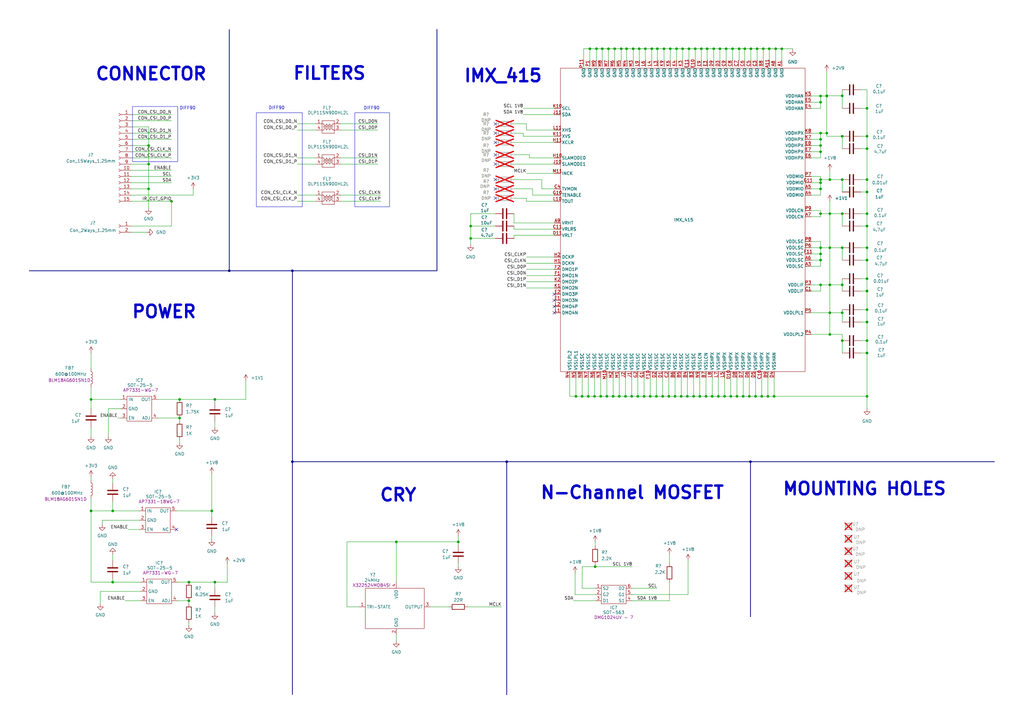
<source format=kicad_sch>
(kicad_sch (version 20230819) (generator eeschema)
  (paper "A3")
  (junction (at 312.42 162.56))
  (junction (at 336.55 54.61))
  (junction (at 264.6924 19.9883))
  (junction (at 77.47 246.38))
  (junction (at 292.1 162.56))
  (junction (at 259.715 19.9883))
  (junction (at 339.09 54.61))
  (junction (at 340.36 137.16))
  (junction (at 269.6201 19.9883))
  (junction (at 73.66 163.83))
  (junction (at 279.4 162.56))
  (junction (at 77.47 238.76))
  (junction (at 262.153 19.9883))
  (junction (at 318.135 19.9883))
  (junction (at 336.55 106.68))
  (junction (at 300.4557 19.9883))
  (junction (at 336.55 74.93))
  (junction (at 119.9238 111.0565))
  (junction (at 279.9591 19.9883))
  (junction (at 336.55 59.69))
  (junction (at 355.6 127))
  (junction (at 94.0422 111.0565))
  (junction (at 60.96 67.31))
  (junction (at 244.6493 19.9883))
  (junction (at 46.2138 238.76))
  (junction (at 277.4802 19.9883))
  (junction (at 336.55 73.66))
  (junction (at 241.935 19.9883))
  (junction (at 355.6 106.68))
  (junction (at 355.6 44.45))
  (junction (at 303.1463 19.9883))
  (junction (at 336.55 57.15))
  (junction (at 272.3409 19.9883))
  (junction (at 336.55 39.37))
  (junction (at 274.9105 19.9883))
  (junction (at 304.8 162.56))
  (junction (at 236.22 162.56))
  (junction (at 187.96 222.25))
  (junction (at 238.76 162.56))
  (junction (at 340.36 87.63))
  (junction (at 282.575 19.9883))
  (junction (at 336.55 116.84))
  (junction (at 247.015 19.9883))
  (junction (at 345.44 128.27))
  (junction (at 313.055 19.9883))
  (junction (at 340.36 101.6))
  (junction (at 355.6 119.38))
  (junction (at 340.36 128.27))
  (junction (at 345.44 87.63))
  (junction (at 302.26 162.56))
  (junction (at 345.44 101.6))
  (junction (at 287.02 162.56))
  (junction (at 307.975 19.9883))
  (junction (at 252.095 19.9883))
  (junction (at 271.78 162.56))
  (junction (at 292.735 19.9883))
  (junction (at 336.55 101.6))
  (junction (at 295.275 19.9883))
  (junction (at 259.08 162.56))
  (junction (at 284.48 162.56))
  (junction (at 162.56 222.25))
  (junction (at 37.338 163.83))
  (junction (at 266.7 162.56))
  (junction (at 207.8244 189.3643))
  (junction (at 340.36 73.66))
  (junction (at 193.04 97.79))
  (junction (at 86.868 209.55))
  (junction (at 355.6 162.56))
  (junction (at 340.36 116.84))
  (junction (at 297.815 19.9883))
  (junction (at 244.0978 232.41))
  (junction (at 310.515 19.9883))
  (junction (at 355.6 92.71))
  (junction (at 46.228 209.55))
  (junction (at 307.8046 189.3643))
  (junction (at 256.9835 19.9883))
  (junction (at 320.675 20.0239))
  (junction (at 274.32 162.56))
  (junction (at 243.84 162.56))
  (junction (at 73.66 171.45))
  (junction (at 336.55 77.47))
  (junction (at 336.55 41.91))
  (junction (at 88.138 238.76))
  (junction (at 355.6 144.78))
  (junction (at 339.09 39.37))
  (junction (at 287.655 19.9883))
  (junction (at 336.55 104.14))
  (junction (at 315.5108 19.9883))
  (junction (at 345.44 139.7))
  (junction (at 267.335 19.9883))
  (junction (at 355.6 60.96))
  (junction (at 254.8069 19.9883))
  (junction (at 355.6 73.66))
  (junction (at 355.6 101.6))
  (junction (at 251.46 162.56))
  (junction (at 60.9335 77.47))
  (junction (at 345.44 55.88))
  (junction (at 355.6 55.88))
  (junction (at 336.55 62.23))
  (junction (at 37.338 209.55))
  (junction (at 345.44 39.3068))
  (junction (at 336.55 87.63))
  (junction (at 355.6 78.74))
  (junction (at 276.86 162.56))
  (junction (at 309.88 162.56))
  (junction (at 345.44 73.66))
  (junction (at 88.138 163.83))
  (junction (at 289.56 162.56))
  (junction (at 314.96 162.56))
  (junction (at 339.09 39.3068))
  (junction (at 254 162.56))
  (junction (at 264.16 162.56))
  (junction (at 60.96 59.69))
  (junction (at 119.9244 189.3643))
  (junction (at 305.4741 19.9883))
  (junction (at 355.6 132.08))
  (junction (at 290.026 19.9883))
  (junction (at 294.64 162.56))
  (junction (at 355.6 87.63))
  (junction (at 193.04 92.71))
  (junction (at 345.44 116.84))
  (junction (at 246.38 162.56))
  (junction (at 285.1588 19.9883))
  (junction (at 307.34 162.56))
  (junction (at 256.54 162.56))
  (junction (at 281.94 162.56))
  (junction (at 297.18 162.56))
  (junction (at 248.92 162.56))
  (junction (at 355.6 114.3))
  (junction (at 249.555 19.9883))
  (junction (at 261.62 162.56))
  (junction (at 355.6 139.7))
  (junction (at 317.5 162.56))
  (junction (at 269.24 162.56))
  (junction (at 241.3 162.56))
  (junction (at 299.72 162.56))
  (junction (at 70.3301 82.55))
  (no_connect (at 203.2 63.5))
  (no_connect (at 227.33 125.73))
  (no_connect (at 203.2 77.47))
  (no_connect (at 72.39 217.17))
  (no_connect (at 203.2 73.66))
  (no_connect (at 227.33 128.27))
  (no_connect (at 227.33 123.19))
  (no_connect (at 203.2 67.31))
  (no_connect (at 227.33 120.65))
  (no_connect (at 203.2 58.42))
  (no_connect (at 203.2 54.61))
  (no_connect (at 203.2 81.28))
  (no_connect (at 203.2 50.8))
  (wire (pts (xy 244.0978 232.41) (xy 238.76 232.41)))
  (wire (pts (xy 355.6 127) (xy 353.06 127)))
  (wire (pts (xy 187.96 232.41) (xy 187.96 231.14)))
  (wire (pts (xy 355.6 55.88) (xy 353.06 55.88)))
  (wire (pts (xy 227.33 82.55) (xy 215.9 82.55)))
  (wire (pts (xy 238.76 232.41) (xy 238.76 241.3)))
  (wire (pts (xy 252.095 19.9883) (xy 252.095 24.765)))
  (wire (pts (xy 274.32 162.56) (xy 274.32 154.94)))
  (wire (pts (xy 336.55 54.61) (xy 336.55 57.15)))
  (wire (pts (xy 215.9 105.41) (xy 227.33 105.41)))
  (wire (pts (xy 210.82 67.31) (xy 227.33 67.31)))
  (wire (pts (xy 336.55 104.14) (xy 336.55 106.68)))
  (wire (pts (xy 292.735 19.9883) (xy 295.275 19.9883)))
  (wire (pts (xy 277.4802 19.9883) (xy 279.9591 19.9883)))
  (bus (pts (xy 12.0928 111.0565) (xy 94.0422 111.0565)))
  (wire (pts (xy 332.74 137.16) (xy 340.36 137.16)))
  (wire (pts (xy 336.55 119.38) (xy 332.74 119.38)))
  (wire (pts (xy 241.935 19.9883) (xy 241.935 24.765)))
  (wire (pts (xy 227.33 96.52) (xy 210.82 96.52)))
  (wire (pts (xy 314.96 162.56) (xy 314.96 154.94)))
  (bus (pts (xy 307.8046 189.3643) (xy 307.8046 252.8707)))
  (wire (pts (xy 93.218 238.76) (xy 93.218 231.14)))
  (wire (pts (xy 37.338 163.83) (xy 49.53 163.83)))
  (wire (pts (xy 244.0978 231.648) (xy 244.0978 232.41)))
  (wire (pts (xy 339.09 39.3068) (xy 345.44 39.3068)))
  (wire (pts (xy 336.55 73.66) (xy 340.36 73.66)))
  (wire (pts (xy 336.55 87.63) (xy 336.55 88.9)))
  (wire (pts (xy 64.77 171.45) (xy 73.66 171.45)))
  (wire (pts (xy 300.4557 24.765) (xy 300.355 24.765)))
  (wire (pts (xy 274.9105 19.9883) (xy 274.9105 24.765)))
  (wire (pts (xy 176.53 248.92) (xy 184.15 248.92)))
  (wire (pts (xy 46.228 205.74) (xy 46.228 209.55)))
  (wire (pts (xy 332.74 128.27) (xy 340.36 128.27)))
  (wire (pts (xy 320.675 19.9883) (xy 320.675 20.0239)))
  (wire (pts (xy 304.8 162.56) (xy 304.8 154.94)))
  (wire (pts (xy 339.09 55.88) (xy 345.44 55.88)))
  (wire (pts (xy 336.55 59.69) (xy 332.74 59.69)))
  (bus (pts (xy 207.8244 189.3643) (xy 207.8244 284.8741)))
  (wire (pts (xy 313.055 19.9883) (xy 315.5108 19.9883)))
  (wire (pts (xy 241.3 162.56) (xy 241.3 154.94)))
  (wire (pts (xy 70.3301 92.71) (xy 70.3301 82.55)))
  (wire (pts (xy 336.55 116.84) (xy 340.36 116.84)))
  (wire (pts (xy 355.6 78.74) (xy 355.6 87.63)))
  (wire (pts (xy 193.04 92.71) (xy 203.2 92.71)))
  (wire (pts (xy 355.6 87.63) (xy 353.06 87.63)))
  (wire (pts (xy 147.32 248.92) (xy 142.3047 248.92)))
  (wire (pts (xy 312.42 162.56) (xy 312.42 154.94)))
  (wire (pts (xy 64.77 163.83) (xy 73.66 163.83)))
  (wire (pts (xy 336.55 116.84) (xy 332.74 116.84)))
  (wire (pts (xy 345.44 101.6) (xy 345.44 106.68)))
  (wire (pts (xy 251.46 162.56) (xy 254 162.56)))
  (wire (pts (xy 340.36 128.27) (xy 340.36 116.84)))
  (wire (pts (xy 218.44 80.01) (xy 218.44 77.47)))
  (wire (pts (xy 215.9 50.8) (xy 210.82 50.8)))
  (wire (pts (xy 281.94 162.56) (xy 281.94 154.94)))
  (wire (pts (xy 254.8069 24.765) (xy 254.635 24.765)))
  (bus (pts (xy 307.8046 189.3643) (xy 407.8833 189.3643)))
  (wire (pts (xy 336.55 101.6) (xy 336.55 104.14)))
  (wire (pts (xy 336.55 101.6) (xy 332.74 101.6)))
  (wire (pts (xy 355.6 44.45) (xy 355.6 55.88)))
  (wire (pts (xy 307.975 19.9883) (xy 310.515 19.9883)))
  (wire (pts (xy 239.395 19.9883) (xy 241.935 19.9883)))
  (wire (pts (xy 305.4741 19.9883) (xy 307.975 19.9883)))
  (wire (pts (xy 297.18 162.56) (xy 299.72 162.56)))
  (wire (pts (xy 60.9335 77.47) (xy 60.96 77.47)))
  (wire (pts (xy 227.33 64.77) (xy 217.17 64.77)))
  (wire (pts (xy 289.56 162.56) (xy 287.02 162.56)))
  (wire (pts (xy 244.0978 222.25) (xy 244.0978 224.028)))
  (wire (pts (xy 340.36 128.27) (xy 345.44 128.27)))
  (wire (pts (xy 292.1 162.56) (xy 294.64 162.56)))
  (wire (pts (xy 77.47 246.38) (xy 77.47 247.65)))
  (wire (pts (xy 310.515 19.9883) (xy 310.515 24.765)))
  (wire (pts (xy 60.96 67.31) (xy 53.8258 67.31)))
  (wire (pts (xy 217.17 63.5) (xy 210.82 63.5)))
  (wire (pts (xy 244.6493 19.9883) (xy 244.6493 24.765)))
  (wire (pts (xy 262.153 19.9883) (xy 262.153 24.765)))
  (wire (pts (xy 256.9835 19.9883) (xy 256.9835 24.765)))
  (wire (pts (xy 227.33 93.98) (xy 210.82 93.98)))
  (wire (pts (xy 249.555 19.9883) (xy 249.555 24.765)))
  (wire (pts (xy 154.94 67.31) (xy 139.7 67.31)))
  (wire (pts (xy 345.44 55.88) (xy 345.44 60.96)))
  (bus (pts (xy 119.9238 189.3643) (xy 119.9244 189.3643)))
  (wire (pts (xy 70.3358 72.39) (xy 53.8258 72.39)))
  (wire (pts (xy 264.6924 19.9883) (xy 264.6924 24.765)))
  (wire (pts (xy 227.33 80.01) (xy 218.44 80.01)))
  (wire (pts (xy 336.55 41.91) (xy 336.55 44.45)))
  (wire (pts (xy 355.6 87.63) (xy 355.6 92.71)))
  (wire (pts (xy 244.6493 19.9883) (xy 247.015 19.9883)))
  (bus (pts (xy 94.0422 111.0565) (xy 119.9238 111.0565)))
  (wire (pts (xy 340.36 101.6) (xy 345.44 101.6)))
  (wire (pts (xy 285.1588 19.9883) (xy 287.655 19.9883)))
  (wire (pts (xy 266.7 162.56) (xy 266.7 154.94)))
  (wire (pts (xy 259.08 162.56) (xy 259.08 154.94)))
  (wire (pts (xy 336.55 57.15) (xy 336.55 59.69)))
  (wire (pts (xy 70.3358 64.77) (xy 53.8258 64.77)))
  (wire (pts (xy 121.92 67.31) (xy 129.54 67.31)))
  (wire (pts (xy 88.138 163.83) (xy 88.138 165.1)))
  (wire (pts (xy 272.3409 24.765) (xy 272.415 24.765)))
  (wire (pts (xy 295.275 19.9883) (xy 297.815 19.9883)))
  (wire (pts (xy 277.4802 24.765) (xy 277.495 24.765)))
  (wire (pts (xy 339.09 54.61) (xy 339.09 55.88)))
  (wire (pts (xy 336.55 74.93) (xy 336.55 77.47)))
  (wire (pts (xy 345.44 128.27) (xy 345.44 132.08)))
  (wire (pts (xy 272.3409 19.9883) (xy 274.9105 19.9883)))
  (wire (pts (xy 355.6 139.7) (xy 353.06 139.7)))
  (wire (pts (xy 227.33 91.44) (xy 210.82 91.44)))
  (wire (pts (xy 345.44 116.84) (xy 345.44 119.38)))
  (wire (pts (xy 37.338 209.55) (xy 37.338 238.76)))
  (wire (pts (xy 355.6 101.6) (xy 355.6 106.68)))
  (wire (pts (xy 264.16 162.56) (xy 261.62 162.56)))
  (wire (pts (xy 355.6 162.56) (xy 355.6 167.64)))
  (wire (pts (xy 355.6 78.74) (xy 353.06 78.74)))
  (wire (pts (xy 299.72 162.56) (xy 302.26 162.56)))
  (wire (pts (xy 215.9 71.12) (xy 227.33 71.12)))
  (wire (pts (xy 355.6 132.08) (xy 353.06 132.08)))
  (wire (pts (xy 239.395 24.765) (xy 239.395 19.9883)))
  (wire (pts (xy 320.675 20.0239) (xy 320.675 24.765)))
  (wire (pts (xy 261.62 162.56) (xy 261.62 154.94)))
  (wire (pts (xy 336.55 106.68) (xy 332.74 106.68)))
  (wire (pts (xy 276.86 162.56) (xy 274.32 162.56)))
  (bus (pts (xy 119.9238 111.0565) (xy 119.9238 189.3643)))
  (wire (pts (xy 345.44 39.3068) (xy 345.44 36.83)))
  (wire (pts (xy 277.4802 19.9883) (xy 277.4802 24.765)))
  (wire (pts (xy 256.9835 19.9883) (xy 259.715 19.9883)))
  (wire (pts (xy 88.138 251.46) (xy 88.138 248.92)))
  (wire (pts (xy 215.9 113.03) (xy 227.33 113.03)))
  (wire (pts (xy 345.44 139.7) (xy 345.44 144.78)))
  (wire (pts (xy 292.735 19.9883) (xy 292.735 24.765)))
  (wire (pts (xy 238.76 162.56) (xy 238.76 154.94)))
  (wire (pts (xy 254 162.56) (xy 256.54 162.56)))
  (wire (pts (xy 305.4741 24.765) (xy 305.435 24.765)))
  (wire (pts (xy 215.9 115.57) (xy 227.33 115.57)))
  (wire (pts (xy 284.48 162.56) (xy 281.94 162.56)))
  (wire (pts (xy 238.76 241.3) (xy 244.0978 241.3)))
  (wire (pts (xy 355.6 144.78) (xy 355.6 162.56)))
  (wire (pts (xy 46.2138 238.76) (xy 46.2138 237.49)))
  (wire (pts (xy 271.78 162.56) (xy 269.24 162.56)))
  (wire (pts (xy 154.94 53.34) (xy 139.7 53.34)))
  (wire (pts (xy 355.6 114.3) (xy 353.06 114.3)))
  (wire (pts (xy 294.64 162.56) (xy 297.18 162.56)))
  (wire (pts (xy 336.55 44.45) (xy 332.74 44.45)))
  (wire (pts (xy 241.935 19.9883) (xy 244.6493 19.9883)))
  (wire (pts (xy 243.84 162.56) (xy 246.38 162.56)))
  (wire (pts (xy 233.68 162.56) (xy 233.68 154.94)))
  (wire (pts (xy 46.2138 238.76) (xy 57.658 238.76)))
  (wire (pts (xy 37.338 175.26) (xy 37.338 179.07)))
  (wire (pts (xy 336.55 104.14) (xy 332.74 104.14)))
  (wire (pts (xy 214.63 44.45) (xy 227.33 44.45)))
  (wire (pts (xy 297.18 162.56) (xy 297.18 154.94)))
  (wire (pts (xy 336.55 72.39) (xy 336.55 73.66)))
  (wire (pts (xy 187.96 222.25) (xy 187.96 223.52)))
  (wire (pts (xy 262.153 24.765) (xy 262.255 24.765)))
  (wire (pts (xy 269.6201 19.9883) (xy 269.6201 24.765)))
  (wire (pts (xy 269.4978 241.3) (xy 259.3378 241.3)))
  (wire (pts (xy 294.64 162.56) (xy 294.64 154.94)))
  (wire (pts (xy 70.3358 62.23) (xy 53.8258 62.23)))
  (wire (pts (xy 264.6924 24.765) (xy 264.795 24.765)))
  (wire (pts (xy 86.868 219.71) (xy 86.868 221.234)))
  (wire (pts (xy 121.92 50.8) (xy 129.54 50.8)))
  (wire (pts (xy 336.55 87.63) (xy 340.36 87.63)))
  (wire (pts (xy 355.6 132.08) (xy 355.6 139.7)))
  (wire (pts (xy 266.7 162.56) (xy 264.16 162.56)))
  (wire (pts (xy 60.96 67.31) (xy 60.96 77.47)))
  (wire (pts (xy 310.515 19.9883) (xy 313.055 19.9883)))
  (wire (pts (xy 256.54 162.56) (xy 259.08 162.56)))
  (wire (pts (xy 336.55 106.68) (xy 336.55 109.22)))
  (wire (pts (xy 345.44 39.3068) (xy 345.44 44.45)))
  (wire (pts (xy 215.9 110.49) (xy 227.33 110.49)))
  (wire (pts (xy 247.015 19.9883) (xy 249.555 19.9883)))
  (wire (pts (xy 57.15 213.36) (xy 41.91 213.36)))
  (wire (pts (xy 336.55 86.36) (xy 336.55 87.63)))
  (wire (pts (xy 37.338 195.58) (xy 37.338 196.85)))
  (wire (pts (xy 227.33 77.47) (xy 222.25 77.47)))
  (wire (pts (xy 289.56 162.56) (xy 289.56 154.94)))
  (wire (pts (xy 339.09 39.3068) (xy 339.09 39.37)))
  (wire (pts (xy 303.1463 19.9883) (xy 303.1463 24.765)))
  (wire (pts (xy 336.55 54.61) (xy 332.74 54.61)))
  (wire (pts (xy 315.5108 24.765) (xy 315.595 24.765)))
  (wire (pts (xy 88.138 175.26) (xy 88.138 172.72)))
  (bus (pts (xy 207.8244 284.8741) (xy 207.8261 284.8741)))
  (wire (pts (xy 300.4557 19.9883) (xy 300.4557 24.765)))
  (wire (pts (xy 312.42 162.56) (xy 309.88 162.56)))
  (wire (pts (xy 355.6 60.96) (xy 355.6 73.66)))
  (bus (pts (xy 179.206 12.0654) (xy 179.206 111.0565)))
  (wire (pts (xy 215.9 53.34) (xy 215.9 50.8)))
  (wire (pts (xy 86.868 212.09) (xy 86.868 209.55)))
  (wire (pts (xy 307.975 19.9883) (xy 307.975 24.765)))
  (wire (pts (xy 88.138 238.76) (xy 93.218 238.76)))
  (wire (pts (xy 259.3378 243.84) (xy 282.1978 243.84)))
  (wire (pts (xy 336.55 77.47) (xy 332.74 77.47)))
  (wire (pts (xy 279.9591 19.9883) (xy 279.9591 24.765)))
  (wire (pts (xy 309.88 162.56) (xy 309.88 154.94)))
  (wire (pts (xy 244.6493 24.765) (xy 244.475 24.765)))
  (wire (pts (xy 37.338 209.55) (xy 46.228 209.55)))
  (wire (pts (xy 121.92 82.55) (xy 129.54 82.55)))
  (wire (pts (xy 290.026 24.765) (xy 290.195 24.765)))
  (bus (pts (xy 119.9238 111.0565) (xy 179.206 111.0565)))
  (wire (pts (xy 70.3358 46.99) (xy 53.8258 46.99)))
  (wire (pts (xy 100.838 156.21) (xy 100.838 163.83)))
  (wire (pts (xy 121.92 64.77) (xy 129.54 64.77)))
  (wire (pts (xy 274.5778 238.76) (xy 274.5778 246.38)))
  (wire (pts (xy 336.55 62.23) (xy 336.55 64.77)))
  (wire (pts (xy 336.55 116.84) (xy 336.55 119.38)))
  (wire (pts (xy 205.74 248.92) (xy 191.77 248.92)))
  (wire (pts (xy 46.228 196.342) (xy 46.228 198.12)))
  (wire (pts (xy 317.5 162.56) (xy 317.5 154.94)))
  (wire (pts (xy 274.32 162.56) (xy 271.78 162.56)))
  (wire (pts (xy 203.2 87.63) (xy 193.04 87.63)))
  (wire (pts (xy 287.655 19.9883) (xy 287.655 24.765)))
  (wire (pts (xy 355.6 119.38) (xy 353.06 119.38)))
  (wire (pts (xy 210.82 96.52) (xy 210.82 97.79)))
  (wire (pts (xy 303.1463 19.9883) (xy 305.4741 19.9883)))
  (wire (pts (xy 340.36 137.16) (xy 345.44 137.16)))
  (wire (pts (xy 305.4741 19.9883) (xy 305.4741 24.765)))
  (wire (pts (xy 355.6 44.45) (xy 353.06 44.45)))
  (wire (pts (xy 193.04 92.71) (xy 193.04 97.79)))
  (wire (pts (xy 287.02 162.56) (xy 287.02 154.94)))
  (wire (pts (xy 318.135 19.9883) (xy 318.135 24.765)))
  (wire (pts (xy 247.015 19.9883) (xy 247.015 24.765)))
  (wire (pts (xy 252.095 19.9883) (xy 254.8069 19.9883)))
  (wire (pts (xy 297.815 19.9883) (xy 300.4557 19.9883)))
  (wire (pts (xy 315.5108 19.9883) (xy 315.5108 24.765)))
  (wire (pts (xy 339.09 29.21) (xy 339.09 39.3068)))
  (wire (pts (xy 339.09 39.37) (xy 339.09 54.61)))
  (wire (pts (xy 345.44 73.66) (xy 340.36 73.66)))
  (wire (pts (xy 313.055 19.9883) (xy 313.055 24.765)))
  (wire (pts (xy 336.55 62.23) (xy 332.74 62.23)))
  (wire (pts (xy 259.715 19.9883) (xy 262.153 19.9883)))
  (wire (pts (xy 336.55 99.06) (xy 332.74 99.06)))
  (wire (pts (xy 37.338 204.47) (xy 37.338 209.55)))
  (wire (pts (xy 340.36 87.63) (xy 345.44 87.63)))
  (wire (pts (xy 336.55 74.93) (xy 332.74 74.93)))
  (wire (pts (xy 236.22 162.56) (xy 236.22 154.94)))
  (wire (pts (xy 259.3378 246.38) (xy 274.5778 246.38)))
  (wire (pts (xy 355.6 92.71) (xy 355.6 101.6)))
  (wire (pts (xy 217.17 64.77) (xy 217.17 63.5)))
  (wire (pts (xy 345.44 127) (xy 345.44 128.27)))
  (wire (pts (xy 339.09 39.37) (xy 336.55 39.37)))
  (wire (pts (xy 355.6 60.96) (xy 353.06 60.96)))
  (bus (pts (xy 119.9244 189.3643) (xy 119.9244 284.822)))
  (wire (pts (xy 215.9 81.28) (xy 210.82 81.28)))
  (wire (pts (xy 162.56 262.89) (xy 162.56 260.35)))
  (wire (pts (xy 318.135 19.9883) (xy 320.675 19.9883)))
  (wire (pts (xy 72.898 238.76) (xy 77.47 238.76)))
  (wire (pts (xy 60.96 52.07) (xy 60.96 59.69)))
  (wire (pts (xy 355.6 114.3) (xy 355.6 119.38)))
  (wire (pts (xy 269.6201 24.765) (xy 269.875 24.765)))
  (wire (pts (xy 282.1978 243.84) (xy 282.1978 229.87)))
  (wire (pts (xy 336.55 72.39) (xy 332.74 72.39)))
  (wire (pts (xy 53.8258 52.07) (xy 60.96 52.07)))
  (wire (pts (xy 246.38 162.56) (xy 246.38 154.94)))
  (wire (pts (xy 246.38 162.56) (xy 248.92 162.56)))
  (wire (pts (xy 88.138 238.76) (xy 88.138 241.3)))
  (wire (pts (xy 340.36 128.27) (xy 340.36 137.16)))
  (wire (pts (xy 340.36 116.84) (xy 345.44 116.84)))
  (wire (pts (xy 46.2138 237.49) (xy 46.228 237.49)))
  (wire (pts (xy 236.22 162.56) (xy 233.68 162.56)))
  (wire (pts (xy 46.228 227.33) (xy 46.228 229.87)))
  (wire (pts (xy 73.66 163.83) (xy 88.138 163.83)))
  (wire (pts (xy 156.21 82.55) (xy 139.7 82.55)))
  (wire (pts (xy 355.6 139.7) (xy 355.6 144.78)))
  (wire (pts (xy 282.575 19.9883) (xy 282.575 24.765)))
  (wire (pts (xy 41.91 213.36) (xy 41.91 215.138)))
  (wire (pts (xy 340.36 87.63) (xy 340.36 101.6)))
  (wire (pts (xy 336.55 88.9) (xy 332.74 88.9)))
  (wire (pts (xy 336.55 57.15) (xy 332.74 57.15)))
  (wire (pts (xy 227.33 55.88) (xy 214.63 55.88)))
  (wire (pts (xy 57.658 242.57) (xy 41.148 242.57)))
  (wire (pts (xy 227.33 53.34) (xy 215.9 53.34)))
  (wire (pts (xy 262.153 19.9883) (xy 264.6924 19.9883)))
  (wire (pts (xy 267.335 19.9883) (xy 269.6201 19.9883)))
  (wire (pts (xy 285.1588 19.9883) (xy 285.1588 24.765)))
  (wire (pts (xy 290.026 19.9883) (xy 290.026 24.765)))
  (wire (pts (xy 303.1463 24.765) (xy 302.895 24.765)))
  (wire (pts (xy 345.44 114.3) (xy 345.44 116.84)))
  (wire (pts (xy 355.6 36.83) (xy 355.6 44.45)))
  (wire (pts (xy 121.92 80.01) (xy 129.54 80.01)))
  (wire (pts (xy 300.4557 19.9883) (xy 303.1463 19.9883)))
  (wire (pts (xy 218.44 77.47) (xy 210.82 77.47)))
  (wire (pts (xy 214.63 54.61) (xy 210.82 54.61)))
  (wire (pts (xy 336.55 59.69) (xy 336.55 62.23)))
  (wire (pts (xy 37.338 158.75) (xy 37.338 163.83)))
  (wire (pts (xy 72.39 209.55) (xy 86.868 209.55)))
  (wire (pts (xy 60.96 59.69) (xy 53.8258 59.69)))
  (wire (pts (xy 154.94 50.8) (xy 139.7 50.8)))
  (wire (pts (xy 51.308 246.38) (xy 57.658 246.38)))
  (wire (pts (xy 53.8258 80.01) (xy 79.2258 80.01)))
  (wire (pts (xy 244.0978 232.41) (xy 259.3378 232.41)))
  (wire (pts (xy 307.34 162.56) (xy 307.34 154.94)))
  (wire (pts (xy 215.9 82.55) (xy 215.9 81.28)))
  (wire (pts (xy 336.55 101.6) (xy 340.36 101.6)))
  (wire (pts (xy 210.82 93.98) (xy 210.82 92.71)))
  (wire (pts (xy 336.55 39.37) (xy 332.74 39.37)))
  (wire (pts (xy 355.6 162.56) (xy 317.5 162.56)))
  (wire (pts (xy 244.0978 243.84) (xy 235.8711 243.84)))
  (wire (pts (xy 70.3358 49.53) (xy 53.8258 49.53)))
  (wire (pts (xy 70.3358 54.61) (xy 53.8258 54.61)))
  (wire (pts (xy 272.3409 19.9883) (xy 272.3409 24.765)))
  (wire (pts (xy 317.5 162.56) (xy 314.96 162.56)))
  (wire (pts (xy 279.9591 24.765) (xy 280.035 24.765)))
  (wire (pts (xy 292.1 162.56) (xy 292.1 154.94)))
  (wire (pts (xy 86.868 209.55) (xy 86.868 194.31)))
  (wire (pts (xy 336.55 99.06) (xy 336.55 101.6)))
  (wire (pts (xy 156.21 80.01) (xy 139.7 80.01)))
  (wire (pts (xy 336.55 64.77) (xy 332.74 64.77)))
  (wire (pts (xy 309.88 162.56) (xy 307.34 162.56)))
  (wire (pts (xy 279.4 162.56) (xy 279.4 154.94)))
  (wire (pts (xy 355.6 55.88) (xy 355.6 60.96)))
  (wire (pts (xy 100.838 163.83) (xy 88.138 163.83)))
  (wire (pts (xy 345.44 137.16) (xy 345.44 139.7)))
  (wire (pts (xy 285.1588 24.765) (xy 285.115 24.765)))
  (wire (pts (xy 210.82 91.44) (xy 210.82 87.63)))
  (wire (pts (xy 251.46 162.56) (xy 251.46 154.94)))
  (wire (pts (xy 187.96 219.71) (xy 187.96 222.25)))
  (wire (pts (xy 53.8258 92.71) (xy 70.3301 92.71)))
  (bus (pts (xy 207.8244 189.3643) (xy 307.8046 189.3643)))
  (wire (pts (xy 238.76 162.56) (xy 241.3 162.56)))
  (wire (pts (xy 193.04 97.79) (xy 203.2 97.79)))
  (wire (pts (xy 290.026 19.9883) (xy 292.735 19.9883)))
  (wire (pts (xy 340.36 82.55) (xy 340.36 87.63)))
  (wire (pts (xy 214.63 46.99) (xy 227.33 46.99)))
  (wire (pts (xy 345.44 73.66) (xy 345.44 78.74)))
  (wire (pts (xy 236.22 162.56) (xy 238.76 162.56)))
  (wire (pts (xy 70.3358 57.15) (xy 53.8258 57.15)))
  (wire (pts (xy 302.26 162.56) (xy 302.26 154.94)))
  (wire (pts (xy 314.96 162.56) (xy 312.42 162.56)))
  (wire (pts (xy 142.3047 222.25) (xy 162.56 222.25)))
  (wire (pts (xy 187.96 222.25) (xy 162.56 222.25)))
  (wire (pts (xy 269.24 162.56) (xy 269.24 154.94)))
  (wire (pts (xy 70.3358 69.85) (xy 53.8258 69.85)))
  (wire (pts (xy 279.9591 19.9883) (xy 282.575 19.9883)))
  (wire (pts (xy 355.6 144.78) (xy 353.06 144.78)))
  (wire (pts (xy 345.44 87.63) (xy 345.44 92.71)))
  (wire (pts (xy 355.6 119.38) (xy 355.6 127)))
  (wire (pts (xy 279.4 162.56) (xy 276.86 162.56)))
  (wire (pts (xy 44.45 167.64) (xy 49.53 167.64)))
  (wire (pts (xy 254 162.56) (xy 254 154.94)))
  (wire (pts (xy 336.55 80.01) (xy 332.74 80.01)))
  (wire (pts (xy 142.3047 248.92) (xy 142.3047 222.25)))
  (wire (pts (xy 48.26 171.45) (xy 49.53 171.45)))
  (wire (pts (xy 73.66 171.45) (xy 73.66 172.72)))
  (wire (pts (xy 77.47 255.27) (xy 77.47 256.54)))
  (wire (pts (xy 295.275 19.9883) (xy 295.275 24.765)))
  (wire (pts (xy 340.36 69.85) (xy 340.36 73.66)))
  (wire (pts (xy 52.578 217.17) (xy 57.15 217.17)))
  (wire (pts (xy 70.3301 82.55) (xy 53.8258 82.55)))
  (wire (pts (xy 276.86 162.56) (xy 276.86 154.94)))
  (wire (pts (xy 222.25 73.66) (xy 210.82 73.66)))
  (wire (pts (xy 73.66 180.34) (xy 73.66 181.61)))
  (wire (pts (xy 284.48 162.56) (xy 287.02 162.56)))
  (wire (pts (xy 259.08 162.56) (xy 261.62 162.56)))
  (wire (pts (xy 60.9335 77.47) (xy 53.8258 77.47)))
  (wire (pts (xy 282.575 19.9883) (xy 285.1588 19.9883)))
  (wire (pts (xy 355.6 36.83) (xy 353.06 36.83)))
  (wire (pts (xy 154.94 64.77) (xy 139.7 64.77)))
  (wire (pts (xy 248.92 162.56) (xy 251.46 162.56)))
  (wire (pts (xy 274.5778 227.33) (xy 274.5778 231.14)))
  (wire (pts (xy 241.3 162.56) (xy 243.84 162.56)))
  (wire (pts (xy 37.338 163.83) (xy 37.338 167.64)))
  (wire (pts (xy 287.655 19.9883) (xy 290.026 19.9883)))
  (wire (pts (xy 267.335 19.9883) (xy 267.335 24.765)))
  (wire (pts (xy 336.55 86.36) (xy 332.74 86.36)))
  (wire (pts (xy 53.8258 95.25) (xy 60.1758 95.25)))
  (wire (pts (xy 70.3358 82.55) (xy 70.3301 82.55)))
  (wire (pts (xy 297.815 19.9883) (xy 297.815 24.765)))
  (wire (pts (xy 248.92 162.56) (xy 248.92 154.94)))
  (wire (pts (xy 340.36 116.84) (xy 340.36 101.6)))
  (wire (pts (xy 256.9835 24.765) (xy 257.175 24.765)))
  (wire (pts (xy 325.12 20.0239) (xy 325.12 20.32)))
  (wire (pts (xy 162.56 222.25) (xy 162.56 238.76)))
  (bus (pts (xy 94.0422 12.1542) (xy 94.0422 111.0565)))
  (wire (pts (xy 259.715 19.9883) (xy 259.715 24.765)))
  (wire (pts (xy 193.04 97.79) (xy 193.04 100.33)))
  (wire (pts (xy 355.6 73.66) (xy 355.6 78.74)))
  (wire (pts (xy 274.9105 19.9883) (xy 277.4802 19.9883)))
  (wire (pts (xy 254.8069 19.9883) (xy 254.8069 24.765)))
  (wire (pts (xy 281.94 162.56) (xy 279.4 162.56)))
  (wire (pts (xy 355.6 106.68) (xy 353.06 106.68)))
  (wire (pts (xy 235.8711 235.0223) (xy 235.8711 243.84)))
  (wire (pts (xy 336.55 54.61) (xy 339.09 54.61)))
  (wire (pts (xy 355.6 106.68) (xy 355.6 114.3)))
  (wire (pts (xy 235.2078 246.38) (xy 244.0978 246.38)))
  (wire (pts (xy 210.82 58.42) (xy 227.33 58.42)))
  (wire (pts (xy 249.555 19.9883) (xy 252.095 19.9883)))
  (wire (pts (xy 284.48 162.56) (xy 284.48 154.94)))
  (wire (pts (xy 304.8 162.56) (xy 302.26 162.56)))
  (wire (pts (xy 336.55 41.91) (xy 332.74 41.91)))
  (wire (pts (xy 355.6 73.66) (xy 353.06 73.66)))
  (wire (pts (xy 254.8069 19.9883) (xy 256.9835 19.9883)))
  (wire (pts (xy 320.675 20.0239) (xy 325.12 20.0239)))
  (wire (pts (xy 355.6 127) (xy 355.6 132.08)))
  (wire (pts (xy 60.9335 77.47) (xy 60.9335 85.4034)))
  (wire (pts (xy 264.6924 19.9883) (xy 267.335 19.9883)))
  (bus (pts (xy 119.9244 189.3643) (xy 207.8244 189.3643)))
  (wire (pts (xy 46.228 209.55) (xy 57.15 209.55)))
  (wire (pts (xy 215.9 107.95) (xy 227.33 107.95)))
  (wire (pts (xy 214.63 55.88) (xy 214.63 54.61)))
  (wire (pts (xy 44.45 167.64) (xy 44.45 179.07)))
  (wire (pts (xy 37.338 238.76) (xy 46.2138 238.76)))
  (wire (pts (xy 60.96 59.69) (xy 60.96 67.31)))
  (wire (pts (xy 77.47 238.76) (xy 88.138 238.76)))
  (wire (pts (xy 336.55 109.22) (xy 332.74 109.22)))
  (wire (pts (xy 336.55 77.47) (xy 336.55 80.01)))
  (wire (pts (xy 41.148 242.57) (xy 41.148 247.65)))
  (wire (pts (xy 193.04 87.63) (xy 193.04 92.71)))
  (wire (pts (xy 121.92 53.34) (xy 129.54 53.34)))
  (wire (pts (xy 222.25 77.47) (xy 222.25 73.66)))
  (wire (pts (xy 243.84 162.56) (xy 243.84 154.94)))
  (wire (pts (xy 79.2258 80.01) (xy 79.2258 77.47)))
  (wire (pts (xy 271.78 162.56) (xy 271.78 154.94)))
  (wire (pts (xy 269.24 162.56) (xy 266.7 162.56)))
  (wire (pts (xy 215.9 118.11) (xy 227.33 118.11)))
  (wire (pts (xy 256.54 162.56) (xy 256.54 154.94)))
  (wire (pts (xy 37.338 144.78) (xy 37.338 151.13)))
  (wire (pts (xy 355.6 92.71) (xy 353.06 92.71)))
  (wire (pts (xy 72.898 246.38) (xy 77.47 246.38)))
  (wire (pts (xy 336.55 39.37) (xy 336.55 41.91)))
  (wire (pts (xy 289.56 162.56) (xy 292.1 162.56)))
  (wire (pts (xy 336.55 73.66) (xy 336.55 74.93)))
  (wire (pts (xy 304.8 162.56) (xy 307.34 162.56)))
  (wire (pts (xy 355.6 101.6) (xy 353.06 101.6)))
  (wire (pts (xy 70.3358 74.93) (xy 53.8258 74.93)))
  (wire (pts (xy 299.72 162.56) (xy 299.72 154.94)))
  (wire (pts (xy 274.9105 24.765) (xy 274.955 24.765)))
  (wire (pts (xy 269.6201 19.9883) (xy 272.3409 19.9883)))
  (wire (pts (xy 264.16 162.56) (xy 264.16 154.94)))
  (wire (pts (xy 315.5108 19.9883) (xy 318.135 19.9883)))
  (bus (pts (xy 307.8044 252.8707) (xy 307.8046 252.8707)))
  (bus (pts (xy 12.0928 111.0565) (xy 12.0928 111.0573)))
  (rectangle (start 105.156 46.228) (end 123.952 84.836))
  (rectangle (start 145.542 46.228) (end 159.766 84.836))
  (rectangle (start 54.3338 43.688) (end 72.8758 66.294))
  (text "DIFF90\n" (at 152.4 44.45 0) (effects (font (size 1.27 1.27))))
  (text "DIFF90\n" (at 113.4556 44.3852 0) (effects (font (size 1.27 1.27))))
  (text "N-Channel MOSFET\n" (at 259.334 202.184 0) (effects (font (size 5.08 5.08) (thickness 1.016) bold)))
  (text "CRY\n" (at 163.322 203.2 0) (effects (font (size 5.08 5.08) (thickness 1.016) bold)))
  (text "FILTERS\n" (at 135.128 30.226 0) (effects (font (size 5.08 5.08) (thickness 1.016) bold)))
  (text "POWER" (at 67.31 128.016 0) (effects (font (size 5.08 5.08) (thickness 1.016) bold)))
  (text "MOUNTING HOLES\n" (at 354.584 200.66 0) (effects (font (size 5.08 5.08) (thickness 1.016) bold)))
  (text "DIFF90\n" (at 76.9398 44.45 0) (effects (font (size 1.27 1.27))))
  (text "CONNECTOR\n" (at 61.976 30.48 0) (effects (font (size 5.08 5.08) (thickness 1.016) bold)))
  (text "IMX_415 \n" (at 208.28 31.242 0) (effects (font (size 5.08 5.08) (thickness 1.016) bold)))
  (label "CSI_CLKN" (at 156.21 80.01 180))
  (label "CSI_CLKP" (at 156.21 82.55 180))
  (label "CSI_D0P" (at 215.9 110.49 180))
  (label "SDA 1V8" (at 214.63 46.99 180))
  (label "CSI_CLKN" (at 215.9 107.95 180))
  (label "SCL 1V8" (at 214.63 44.45 180))
  (label "CSI_D1P" (at 154.94 67.31 180))
  (label "ENABLE" (at 51.308 246.38 180))
  (label "SCL" (at 70.3358 72.39 180))
  (label "MCLK" (at 205.74 248.92 180))
  (label "CON_CSI_D1_P" (at 121.92 67.31 180))
  (label "CON_CSI_D0_P" (at 121.92 53.34 180))
  (label "CON_CSI_D1_N" (at 70.3358 54.61 180))
  (label "CON_CSI_D1_P" (at 70.3358 57.15 180))
  (label "CSI_D0N" (at 215.9 113.03 180))
  (label "SDA 1V8" (at 269.4978 246.38 180))
  (label "SCL" (at 269.4978 241.3 180))
  (label "CON_CSI_D0_P" (at 70.3358 49.53 180))
  (label "CON_CSI_CLK_N" (at 70.3358 62.23 180))
  (label "CON_CSI_CLK_P" (at 121.92 82.55 180))
  (label "CON_CSI_CLK_P" (at 70.3358 64.77 180))
  (label "CON_CSI_D1_N" (at 121.92 64.77 180))
  (label "ENABLE" (at 70.3358 69.85 180))
  (label "ENABLE" (at 52.578 217.17 180))
  (label "SDA" (at 235.2078 246.38 180))
  (label "CON_CSI_D0_N" (at 70.3358 46.99 180))
  (label "CON_CSI_D0_N" (at 121.92 50.8 180))
  (label "SCL 1V8" (at 259.3378 232.41 180))
  (label "CSI_D0N" (at 154.94 50.8 180))
  (label "CSI_D1N" (at 215.9 118.11 180))
  (label "IR_CUT_GPIO" (at 70.3358 82.55 180))
  (label "MCLK" (at 215.9 71.12 180))
  (label "CSI_D1P" (at 215.9 115.57 180))
  (label "CSI_D1N" (at 154.94 64.77 180))
  (label "SDA" (at 70.3358 74.93 180))
  (label "CSI_CLKP" (at 215.9 105.41 180))
  (label "ENABLE" (at 48.26 171.45 180))
  (label "CON_CSI_CLK_N" (at 121.92 80.01 180))
  (label "CSI_D0P" (at 154.94 53.34 180))
  (symbol (lib_id "power:VCC") (at 37.338 195.58 0) (unit 1)
    (property "Reference" "#PWR01" (effects hide))
    (property "Value" "+3V3" (at 37.338 191.008 0))
    (property "Description" "Power symbol creates a global label with name \"VCC\"" (effects hide))
    (instances (project "Camera IMX_415" (path "" (reference "#PWR01") (unit 1)) (path "" (reference "#PWR01") (unit 1))) (project "CameraModule_IMX219" (path "" (reference "#PWR07") (unit 1))))
  )
  (symbol (lib_id "Device:R") (at 207.01 63.5 90) (unit 1) (dnp yes)
    (property "Reference" "R?" (at 200.66 59.69 90) (effects (justify left)))
    (property "Value" "DNP" (at 201.422 61.976 90) (effects (justify left)))
    (property "Footprint" "Resistor_SMD:R_0402_1005Metric" (effects hide))
    (property "Description" "Resistor" (effects hide))
    (instances (project "Camera IMX_415" (path "" (reference "R?") (unit 1)) (path "" (reference "R9") (unit 1))) (project "CameraModule_IMX219" (path "" (reference "R2") (unit 1))))
  )
  (symbol (lib_id "IMX_219:Screw_Terminal_01x01") (at 347.98 245.11 0) (unit 1) (dnp yes)
    (property "Reference" "U?" (at 350.012 240.792 0) (effects (justify left)))
    (property "Value" "DNP" (at 353.314 243.078 0))
    (property "Footprint" "footprint:Screw_Terminal_1x1" (effects hide))
    (instances (project "Camera IMX_415" (path "" (reference "U?") (unit 1)) (path "" (reference "U6") (unit 1))) (project "CameraModule_IMX219" (path "" (reference "U6") (unit 1))))
  )
  (symbol (lib_id "Device:C") (at 349.25 92.71 270) (unit 1)
    (property "Reference" "C?" (at 359.41 91.694 90) (effects (justify left)))
    (property "Value" "4.7uF" (at 357.886 94.234 90) (effects (justify left)))
    (property "Footprint" "Capacitor_SMD:C_0402_1005Metric" (effects hide))
    (property "Description" "Unpolarized capacitor" (effects hide))
    (instances (project "Camera IMX_415" (path "" (reference "C?") (unit 1)) (path "" (reference "C18") (unit 1))) (project "CameraModule_IMX219" (path "" (reference "C6") (unit 1))))
  )
  (symbol (lib_name "Screw_Terminal_01x01_3") (lib_id "IMX_219:Screw_Terminal_01x01") (at 347.98 229.87 0) (unit 1) (dnp yes)
    (property "Reference" "U?" (at 349.504 225.044 0) (effects (justify left)))
    (property "Value" "DNP" (at 352.806 227.33 0))
    (property "Footprint" "footprint:Screw_Terminal_1x1" (effects hide))
    (instances (project "Camera IMX_415" (path "" (reference "U?") (unit 1)) (path "" (reference "U3") (unit 1))) (project "CameraModule_IMX219" (path "" (reference "U3") (unit 1))))
  )
  (symbol (lib_id "Device:C") (at 349.25 55.88 270) (unit 1)
    (property "Reference" "C?" (at 359.41 54.102 90) (effects (justify left)))
    (property "Value" "0.1uF" (at 357.886 56.388 90) (effects (justify left)))
    (property "Footprint" "Capacitor_SMD:C_0402_1005Metric" (effects hide))
    (property "Description" "Unpolarized capacitor" (effects hide))
    (instances (project "Camera IMX_415" (path "" (reference "C?") (unit 1)) (path "" (reference "C13") (unit 1))) (project "CameraModule_IMX219" (path "" (reference "C6") (unit 1))))
  )
  (symbol (lib_id "Device:R") (at 207.01 58.42 90) (unit 1) (dnp yes)
    (property "Reference" "R?" (at 200.66 54.61 90) (effects (justify left)))
    (property "Value" "DNP" (at 201.422 56.896 90) (effects (justify left)))
    (property "Footprint" "Resistor_SMD:R_0402_1005Metric" (effects hide))
    (property "Description" "Resistor" (effects hide))
    (instances (project "Camera IMX_415" (path "" (reference "R?") (unit 1)) (path "" (reference "R8") (unit 1))) (project "CameraModule_IMX219" (path "" (reference "R2") (unit 1))))
  )
  (symbol (lib_id "Device:R") (at 207.01 50.8 90) (unit 1) (dnp yes)
    (property "Reference" "R?" (at 200.66 46.99 90) (effects (justify left)))
    (property "Value" "DNP" (at 201.422 49.276 90) (effects (justify left)))
    (property "Footprint" "Resistor_SMD:R_0402_1005Metric" (effects hide))
    (property "Description" "Resistor" (effects hide))
    (instances (project "Camera IMX_415" (path "" (reference "R?") (unit 1)) (path "" (reference "R6") (unit 1))) (project "CameraModule_IMX219" (path "" (reference "R2") (unit 1))))
  )
  (symbol (lib_name "Screw_Terminal_01x01_2") (lib_id "IMX_219:Screw_Terminal_01x01") (at 347.98 234.95 0) (unit 1) (dnp yes)
    (property "Reference" "U?" (at 350.012 230.378 0) (effects (justify left)))
    (property "Value" "DNP" (at 353.06 232.664 0))
    (property "Footprint" "footprint:Screw_Terminal_1x1" (effects hide))
    (instances (project "Camera IMX_415" (path "" (reference "U?") (unit 1)) (path "" (reference "U4") (unit 1))) (project "CameraModule_IMX219" (path "" (reference "U4") (unit 1))))
  )
  (symbol (lib_id "Device:R") (at 73.66 167.64 0) (unit 1)
    (property "Reference" "R?" (at 76.2 166.3699 0) (effects (justify left)))
    (property "Value" "1.75K" (at 76.2 168.9099 0) (effects (justify left)))
    (property "Footprint" "Resistor_SMD:R_0402_1005Metric" (effects hide))
    (property "Description" "Resistor" (effects hide))
    (instances (project "Camera IMX_415" (path "" (reference "R?") (unit 1)) (path "" (reference "R1") (unit 1))) (project "CameraModule_IMX219" (path "" (reference "R1") (unit 1))))
  )
  (symbol (lib_id "Device:C") (at 349.25 87.63 270) (unit 1)
    (property "Reference" "C?" (at 359.664 86.106 90) (effects (justify left)))
    (property "Value" "0.1uF" (at 358.394 88.392 90) (effects (justify left)))
    (property "Footprint" "Capacitor_SMD:C_0402_1005Metric" (effects hide))
    (property "Description" "Unpolarized capacitor" (effects hide))
    (instances (project "Camera IMX_415" (path "" (reference "C?") (unit 1)) (path "" (reference "C17") (unit 1))) (project "CameraModule_IMX219" (path "" (reference "C6") (unit 1))))
  )
  (symbol (lib_id "Device:C") (at 88.138 168.91 0) (unit 1)
    (property "Reference" "C?" (at 92.202 167.894 0) (effects (justify left)))
    (property "Value" "1uF" (at 92.202 170.434 0) (effects (justify left)))
    (property "Footprint" "Capacitor_SMD:C_0402_1005Metric" (effects hide))
    (property "Description" "Unpolarized capacitor" (effects hide))
    (instances (project "Camera IMX_415" (path "" (reference "C?") (unit 1)) (path "" (reference "C5") (unit 1))) (project "CameraModule_IMX219" (path "" (reference "C7") (unit 1))))
  )
  (symbol (lib_id "Device:L") (at 37.338 200.66 0) (unit 1)
    (property "Reference" "FB?" (at 25.146 199.644 0) (effects (justify left)))
    (property "Value" "600@100MHz" (at 21.082 202.184 0) (effects (justify left)))
    (property "Footprint" "footprint:BLM18AG601SN1D" (effects hide))
    (property "Datasheet" "https://datasheet.lcsc.com/lcsc/2304140030_Murata-Electronics-BLM18AG601SN1D_C19330.pdf" (effects hide))
    (property "Description" "  380mΩ ±25% 600Ω@100MHz 0603 Ferrite Beads ROHS" (effects hide))
    (property "MPN" "BLM18AG601SN1D" (at 26.924 204.724 0))
    (instances (project "Camera IMX_415" (path "" (reference "FB?") (unit 1)) (path "" (reference "FB2") (unit 1))) (project "CameraModule_IMX219" (path "" (reference "FB1") (unit 1))))
  )
  (symbol (lib_id "Device:C") (at 349.25 144.78 270) (unit 1)
    (property "Reference" "C?" (at 360.172 143.51 90) (effects (justify left)))
    (property "Value" "1uF" (at 359.664 145.796 90) (effects (justify left)))
    (property "Footprint" "Capacitor_SMD:C_0402_1005Metric" (effects hide))
    (property "Description" "Unpolarized capacitor" (effects hide))
    (instances (project "Camera IMX_415" (path "" (reference "C?") (unit 1)) (path "" (reference "C26") (unit 1))) (project "CameraModule_IMX219" (path "" (reference "C6") (unit 1))))
  )
  (symbol (lib_id "power:GND") (at 41.91 215.138 0) (unit 1)
    (property "Reference" "#PWR03" (effects hide))
    (property "Value" "GND" (at 41.91 219.71 0))
    (property "Description" "Power symbol creates a global label with name \"GND\" , ground" (effects hide))
    (instances (project "Camera IMX_415" (path "" (reference "#PWR03") (unit 1)) (path "" (reference "#PWR03") (unit 1))) (project "CameraModule_IMX219" (path "" (reference "#PWR09") (unit 1))))
  )
  (symbol (lib_id "power:GND") (at 46.228 227.33 180) (unit 1)
    (property "Reference" "#PWR05" (effects hide))
    (property "Value" "GND" (at 46.228 223.266 0))
    (property "Description" "Power symbol creates a global label with name \"GND\" , ground" (effects hide))
    (instances (project "Camera IMX_415" (path "" (reference "#PWR05") (unit 1)) (path "" (reference "#PWR05") (unit 1))) (project "CameraModule_IMX219" (path "" (reference "#PWR012") (unit 1))))
  )
  (symbol (lib_id "power:GND") (at 44.45 179.07 0) (unit 1)
    (property "Reference" "#PWR018" (effects hide))
    (property "Value" "GND" (at 44.45 183.642 0))
    (property "Description" "Power symbol creates a global label with name \"GND\" , ground" (effects hide))
  )
  (symbol (lib_id "power:GND") (at 88.138 175.26 0) (unit 1)
    (property "Reference" "#PWR023" (effects hide))
    (property "Value" "GND" (at 88.138 179.832 0))
    (property "Description" "Power symbol creates a global label with name \"GND\" , ground" (effects hide))
    (instances (project "Camera IMX_415" (path "" (reference "#PWR023") (unit 1)) (path "" (reference "#PWR023") (unit 1))) (project "CameraModule_IMX219" (path "" (reference "#PWR019") (unit 1))))
  )
  (symbol (lib_id "power:GND") (at 46.228 196.342 180) (unit 1)
    (property "Reference" "#PWR04" (effects hide))
    (property "Value" "GND" (at 46.228 191.77 0))
    (property "Description" "Power symbol creates a global label with name \"GND\" , ground" (effects hide))
    (instances (project "Camera IMX_415" (path "" (reference "#PWR04") (unit 1)) (path "" (reference "#PWR04") (unit 1))) (project "CameraModule_IMX219" (path "" (reference "#PWR08") (unit 1))))
  )
  (symbol (lib_id "Device:R") (at 244.0978 227.838 0) (unit 1)
    (property "Reference" "R?" (at 246.6378 226.5679 0) (effects (justify left)))
    (property "Value" "2.2K" (at 246.6378 229.1079 0) (effects (justify left)))
    (property "Footprint" "Resistor_SMD:R_0402_1005Metric" (effects hide))
    (property "Description" "Resistor" (effects hide))
    (instances (project "Camera IMX_415" (path "" (reference "R?") (unit 1)) (path "" (reference "R14") (unit 1))) (project "CameraModule_IMX219" (path "" (reference "R1") (unit 1))))
  )
  (symbol (lib_id "Device:C") (at 207.01 87.63 270) (unit 1)
    (property "Reference" "C?" (at 197.358 84.074 90) (effects (justify left)))
    (property "Value" "1uF" (at 197.104 86.36 90) (effects (justify left)))
    (property "Footprint" "Capacitor_SMD:C_0402_1005Metric" (effects hide))
    (property "Description" "Unpolarized capacitor" (effects hide))
    (instances (project "Camera IMX_415" (path "" (reference "C?") (unit 1)) (path "" (reference "C8") (unit 1))) (project "CameraModule_IMX219" (path "" (reference "C6") (unit 1))))
  )
  (symbol (lib_id "power:VCC") (at 100.838 156.21 0) (unit 1)
    (property "Reference" "#PWR024" (effects hide))
    (property "Value" "+1V1" (at 102.87 154.9399 0) (effects (justify left)))
    (property "Description" "Power symbol creates a global label with name \"VCC\"" (effects hide))
    (instances (project "Camera IMX_415" (path "" (reference "#PWR024") (unit 1)) (path "" (reference "#PWR024") (unit 1))) (project "CameraModule_IMX219" (path "" (reference "#PWR020") (unit 1))))
  )
  (symbol (lib_id "Device:C") (at 349.25 139.7 270) (unit 1)
    (property "Reference" "C?" (at 359.918 138.176 90) (effects (justify left)))
    (property "Value" "0.1uF" (at 358.902 140.208 90) (effects (justify left)))
    (property "Footprint" "Capacitor_SMD:C_0402_1005Metric" (effects hide))
    (property "Description" "Unpolarized capacitor" (effects hide))
    (instances (project "Camera IMX_415" (path "" (reference "C?") (unit 1)) (path "" (reference "C25") (unit 1))) (project "CameraModule_IMX219" (path "" (reference "C6") (unit 1))))
  )
  (symbol (lib_id "power:GND") (at 355.6 167.64 0) (unit 1)
    (property "Reference" "#PWR035" (effects hide))
    (property "Value" "GND" (at 355.6 172.72 0))
    (property "Description" "Power symbol creates a global label with name \"GND\" , ground" (effects hide))
  )
  (symbol (lib_id "Device:C") (at 207.01 97.79 270) (unit 1)
    (property "Reference" "C?" (at 197.358 94.234 90) (effects (justify left)))
    (property "Value" "4.7uF" (at 197.104 96.52 90) (effects (justify left)))
    (property "Footprint" "Capacitor_SMD:C_0402_1005Metric" (effects hide))
    (property "Description" "Unpolarized capacitor" (effects hide))
    (instances (project "Camera IMX_415" (path "" (reference "C?") (unit 1)) (path "" (reference "C10") (unit 1))) (project "CameraModule_IMX219" (path "" (reference "C6") (unit 1))))
  )
  (symbol (lib_id "Device:C") (at 349.25 106.68 270) (unit 1)
    (property "Reference" "C?" (at 359.41 105.664 90) (effects (justify left)))
    (property "Value" "4.7uF" (at 358.648 108.204 90) (effects (justify left)))
    (property "Footprint" "Capacitor_SMD:C_0402_1005Metric" (effects hide))
    (property "Description" "Unpolarized capacitor" (effects hide))
    (instances (project "Camera IMX_415" (path "" (reference "C?") (unit 1)) (path "" (reference "C20") (unit 1))) (project "CameraModule_IMX219" (path "" (reference "C6") (unit 1))))
  )
  (symbol (lib_id "power:VCC") (at 282.1978 229.87 0) (unit 1)
    (property "Reference" "#PWR020" (effects hide))
    (property "Value" "+1V8" (at 282.1978 225.298 0))
    (property "Description" "Power symbol creates a global label with name \"VCC\"" (effects hide))
    (instances (project "Camera IMX_415" (path "" (reference "#PWR020") (unit 1)) (path "" (reference "#PWR020") (unit 1))) (project "CameraModule_IMX219" (path "" (reference "#PWR05") (unit 1))))
  )
  (symbol (lib_id "power:VCC") (at 339.09 29.21 0) (unit 1)
    (property "Reference" "#PWR012" (effects hide))
    (property "Value" "+2V9" (at 341.122 27.9399 0) (effects (justify left)))
    (property "Description" "Power symbol creates a global label with name \"VCC\"" (effects hide))
    (instances (project "Camera IMX_415" (path "" (reference "#PWR012") (unit 1)) (path "" (reference "#PWR025") (unit 1))) (project "CameraModule_IMX219" (path "" (reference "#PWR014") (unit 1))))
  )
  (symbol (lib_id "Device:C") (at 349.25 78.74 270) (unit 1)
    (property "Reference" "C?" (at 359.41 78.232 90) (effects (justify left)))
    (property "Value" "1uF" (at 358.902 80.772 90) (effects (justify left)))
    (property "Footprint" "Capacitor_SMD:C_0402_1005Metric" (effects hide))
    (property "Description" "Unpolarized capacitor" (effects hide))
    (instances (project "Camera IMX_415" (path "" (reference "C?") (unit 1)) (path "" (reference "C16") (unit 1))) (project "CameraModule_IMX219" (path "" (reference "C6") (unit 1))))
  )
  (symbol (lib_id "Device:R") (at 207.01 77.47 270) (unit 1) (dnp yes)
    (property "Reference" "R?" (at 198.12 74.422 90) (effects (justify left)))
    (property "Value" "DNP" (at 196.85 76.454 90) (effects (justify left)))
    (property "Footprint" "Resistor_SMD:R_0402_1005Metric" (effects hide))
    (property "Description" "Resistor" (effects hide))
    (instances (project "Camera IMX_415" (path "" (reference "R?") (unit 1)) (path "" (reference "R12") (unit 1))) (project "CameraModule_IMX219" (path "" (reference "R2") (unit 1))))
  )
  (symbol (lib_id "Device:C") (at 349.25 36.83 270) (unit 1)
    (property "Reference" "C?" (at 359.156 35.306 90) (effects (justify left)))
    (property "Value" "0.1uF" (at 357.886 37.592 90) (effects (justify left)))
    (property "Footprint" "Capacitor_SMD:C_0402_1005Metric" (effects hide))
    (property "Description" "Unpolarized capacitor" (effects hide))
    (instances (project "Camera IMX_415" (path "" (reference "C?") (unit 1)) (path "" (reference "C11") (unit 1))) (project "CameraModule_IMX219" (path "" (reference "C6") (unit 1))))
  )
  (symbol (lib_id "IMX_219:X322524MOB4SI") (at 154.94 259.08 0) (unit 1)
    (property "Reference" "Y?" (at 152.908 235.712 0))
    (property "Value" "24MHz" (at 152.654 237.998 0))
    (property "Footprint" "footprint:X322524MOB4SI" (effects hide))
    (property "Datasheet" "https://datasheet.lcsc.com/lcsc/2305121746_YXC-X322524MOB4SI_C70590.pdf" (effects hide))
    (property "Description" "24MHz 12pF ±10ppm SMD3225-4P Crystals ROHS" (effects hide))
    (property "MPN" "X322524MOB4SI" (at 152.4 240.03 0))
    (instances (project "Camera IMX_415" (path "" (reference "Y?") (unit 1)) (path "" (reference "Y1") (unit 1))) (project "CameraModule_IMX219" (path "" (reference "Y1") (unit 1))))
  )
  (symbol (lib_id "Symbol:IMX415") (at 279.4 90.17 270) (unit 1)
    (property "Reference" "IC5" (effects hide))
    (property "Value" "IMX_415" (at 280.416 90.17 90))
    (property "Footprint" "footprint:IMX_415" (effects hide))
    (property "Datasheet" "file:///C:/Users/İhsan/Desktop/Donanımlar/Camera%20Module%20PDF/IMX415%20Datasheet.pdf" (effects hide))
    (property "Description" "Diiagonal 6.43mm (Type 1/2.8) CMOS Solid-state Image Sensor with Square Pixel for Color Cameras" (effects hide))
    (property "MPN" "IMX_415" (effects hide))
  )
  (symbol (lib_id "power:VCC") (at 340.36 82.55 0) (unit 1)
    (property "Reference" "#PWR024" (effects hide))
    (property "Value" "+1V1" (at 342.392 81.2799 0) (effects (justify left)))
    (property "Description" "Power symbol creates a global label with name \"VCC\"" (effects hide))
    (instances (project "Camera IMX_415" (path "" (reference "#PWR024") (unit 1)) (path "" (reference "#PWR026") (unit 1))) (project "CameraModule_IMX219" (path "" (reference "#PWR020") (unit 1))))
  )
  (symbol (lib_id "power:VCC") (at 86.868 194.31 0) (unit 1)
    (property "Reference" "#PWR09" (effects hide))
    (property "Value" "+1V8" (at 86.868 189.738 0))
    (property "Description" "Power symbol creates a global label with name \"VCC\"" (effects hide))
    (instances (project "Camera IMX_415" (path "" (reference "#PWR09") (unit 1)) (path "" (reference "#PWR09") (unit 1))) (project "CameraModule_IMX219" (path "" (reference "#PWR010") (unit 1))))
  )
  (symbol (lib_id "Device:C") (at 349.25 101.6 270) (unit 1)
    (property "Reference" "C?" (at 359.664 99.822 90) (effects (justify left)))
    (property "Value" "0.1uF" (at 358.394 102.616 90) (effects (justify left)))
    (property "Footprint" "Capacitor_SMD:C_0402_1005Metric" (effects hide))
    (property "Description" "Unpolarized capacitor" (effects hide))
    (instances (project "Camera IMX_415" (path "" (reference "C?") (unit 1)) (path "" (reference "C19") (unit 1))) (project "CameraModule_IMX219" (path "" (reference "C6") (unit 1))))
  )
  (symbol (lib_id "power:VCC") (at 187.96 219.71 0) (unit 1)
    (property "Reference" "#PWR021" (effects hide))
    (property "Value" "+1V8" (at 187.96 215.138 0))
    (property "Description" "Power symbol creates a global label with name \"VCC\"" (effects hide))
  )
  (symbol (lib_id "power:GND") (at 73.66 181.61 0) (unit 1)
    (property "Reference" "#PWR023" (effects hide))
    (property "Value" "GND" (at 73.66 186.182 0))
    (property "Description" "Power symbol creates a global label with name \"GND\" , ground" (effects hide))
    (instances (project "Camera IMX_415" (path "" (reference "#PWR023") (unit 1)) (path "" (reference "#PWR037") (unit 1))) (project "CameraModule_IMX219" (path "" (reference "#PWR019") (unit 1))))
  )
  (symbol (lib_id "IMX_219:DMG1024UV-7") (at 251.7178 248.92 0) (unit 1)
    (property "Reference" "IC?" (at 251.7178 249.174 0))
    (property "Value" "SOT-563" (at 251.7178 251.206 0))
    (property "Footprint" "footprint:DMG1024UV - 7" (effects hide))
    (property "Datasheet" "file:///C:/Users/İhsan/Desktop/CameraModule_IMX219/CameraModule_IMX219/IMX219_Datasheet/DMG1024UV.pdf" (effects hide))
    (property "Description" "null 1.38A 450mΩ@600mA,4.5V 530mW 2 N-Channel SOT-563 MOSFETs ROHS" (effects hide))
    (property "MPN" "DMG1024UV - 7" (at 251.7178 253.238 0))
    (instances (project "Camera IMX_415" (path "" (reference "IC?") (unit 1)) (path "" (reference "IC4") (unit 1))) (project "CameraModule_IMX219" (path "" (reference "IC3") (unit 1))))
  )
  (symbol (lib_id "IMX_219:DLP11SN9000HL2L") (at 134.62 71.12 0) (unit 1)
    (property "Reference" "FL?" (at 134.112 58.166 0))
    (property "Value" "DLP11SN900HL2L" (at 134.62 60.198 0))
    (property "Footprint" "footprint:DLP11SN900HL2L" (effects hide))
    (property "Datasheet" "https://datasheet.lcsc.com/lcsc/1810251040_Murata-Electronics-DLP11SN900HL2L_C90762.pdf" (effects hide))
    (property "Description" "90Ω@100MHz 1.88Ω 2 0504 Common Mode Filters ROHS" (effects hide))
    (property "MPN" "DLP11SN900HL2L" (effects hide))
    (instances (project "Camera IMX_415" (path "" (reference "FL?") (unit 1)) (path "" (reference "FL2") (unit 1))) (project "CameraModule_IMX219" (path "" (reference "FL2") (unit 1))))
  )
  (symbol (lib_id "Device:R") (at 207.01 81.28 90) (unit 1) (dnp yes)
    (property "Reference" "R?" (at 200.66 78.994 90) (effects (justify left)))
    (property "Value" "DNP" (at 201.422 81.28 90) (effects (justify left)))
    (property "Footprint" "Resistor_SMD:R_0402_1005Metric" (effects hide))
    (property "Description" "Resistor" (effects hide))
    (instances (project "Camera IMX_415" (path "" (reference "R?") (unit 1)) (path "" (reference "R13") (unit 1))) (project "CameraModule_IMX219" (path "" (reference "R2") (unit 1))))
  )
  (symbol (lib_id "Device:R") (at 207.01 67.31 90) (unit 1) (dnp yes)
    (property "Reference" "R?" (at 200.66 63.5 90) (effects (justify left)))
    (property "Value" "DNP" (at 201.422 65.786 90) (effects (justify left)))
    (property "Footprint" "Resistor_SMD:R_0402_1005Metric" (effects hide))
    (property "Description" "Resistor" (effects hide))
    (instances (project "Camera IMX_415" (path "" (reference "R?") (unit 1)) (path "" (reference "R10") (unit 1))) (project "CameraModule_IMX219" (path "" (reference "R2") (unit 1))))
  )
  (symbol (lib_id "Device:R") (at 77.47 242.57 0) (unit 1)
    (property "Reference" "R?" (at 80.01 241.2999 0) (effects (justify left)))
    (property "Value" "6.25K" (at 80.01 243.8399 0) (effects (justify left)))
    (property "Footprint" "Resistor_SMD:R_0402_1005Metric" (effects hide))
    (property "Description" "Resistor" (effects hide))
    (instances (project "Camera IMX_415" (path "" (reference "R?") (unit 1)) (path "" (reference "R3") (unit 1))) (project "CameraModule_IMX219" (path "" (reference "R1") (unit 1))))
  )
  (symbol (lib_id "power:GND") (at 162.56 262.89 0) (unit 1)
    (property "Reference" "#PWR017" (effects hide))
    (property "Value" "GND" (at 162.56 267.462 0))
    (property "Description" "Power symbol creates a global label with name \"GND\" , ground" (effects hide))
    (instances (project "Camera IMX_415" (path "" (reference "#PWR017") (unit 1)) (path "" (reference "#PWR017") (unit 1))) (project "CameraModule_IMX219" (path "" (reference "#PWR022") (unit 1))))
  )
  (symbol (lib_id "Device:R") (at 187.96 248.92 90) (unit 1)
    (property "Reference" "R?" (at 187.96 243.586 90))
    (property "Value" "22R" (at 187.96 246.126 90))
    (property "Footprint" "Resistor_SMD:R_0402_1005Metric" (effects hide))
    (property "Description" "Resistor" (effects hide))
    (instances (project "Camera IMX_415" (path "" (reference "R?") (unit 1)) (path "" (reference "R5") (unit 1))) (project "CameraModule_IMX219" (path "" (reference "R3") (unit 1))))
  )
  (symbol (lib_id "Device:R") (at 73.66 176.53 0) (unit 1)
    (property "Reference" "R?" (at 76.2 175.2599 0) (effects (justify left)))
    (property "Value" "1K" (at 76.2 177.7999 0) (effects (justify left)))
    (property "Footprint" "Resistor_SMD:R_0402_1005Metric" (effects hide))
    (property "Description" "Resistor" (effects hide))
    (instances (project "Camera IMX_415" (path "" (reference "R?") (unit 1)) (path "" (reference "R2") (unit 1))) (project "CameraModule_IMX219" (path "" (reference "R1") (unit 1))))
  )
  (symbol (lib_id "power:VCC") (at 244.0978 222.25 0) (unit 1)
    (property "Reference" "#PWR014" (effects hide))
    (property "Value" "+1V8" (at 244.0978 217.678 0))
    (property "Description" "Power symbol creates a global label with name \"VCC\"" (effects hide))
    (instances (project "Camera IMX_415" (path "" (reference "#PWR014") (unit 1)) (path "" (reference "#PWR014") (unit 1))) (project "CameraModule_IMX219" (path "" (reference "#PWR04") (unit 1))))
  )
  (symbol (lib_id "Device:C") (at 349.25 127 270) (unit 1)
    (property "Reference" "C?" (at 359.918 125.222 90) (effects (justify left)))
    (property "Value" "0.1uF" (at 358.648 127.508 90) (effects (justify left)))
    (property "Footprint" "Capacitor_SMD:C_0402_1005Metric" (effects hide))
    (property "Description" "Unpolarized capacitor" (effects hide))
    (instances (project "Camera IMX_415" (path "" (reference "C?") (unit 1)) (path "" (reference "C23") (unit 1))) (project "CameraModule_IMX219" (path "" (reference "C6") (unit 1))))
  )
  (symbol (lib_name "Screw_Terminal_01x01_4") (lib_id "IMX_219:Screw_Terminal_01x01") (at 347.98 240.03 0) (unit 1) (dnp yes)
    (property "Reference" "U?" (at 350.012 235.458 0) (effects (justify left)))
    (property "Value" "DNP" (at 353.314 238.252 0))
    (property "Footprint" "footprint:Screw_Terminal_1x1" (effects hide))
    (instances (project "Camera IMX_415" (path "" (reference "U?") (unit 1)) (path "" (reference "U5") (unit 1))) (project "CameraModule_IMX219" (path "" (reference "U5") (unit 1))))
  )
  (symbol (lib_name "AP7331-28WG_1") (lib_id "IMX_219:AP7331-28WG") (at 65.278 248.92 0) (unit 1)
    (property "Reference" "IC?" (at 65.278 230.886 0))
    (property "Value" "SOT-25-5" (at 65.532 232.918 0))
    (property "Footprint" "footprint:AP7331" (effects hide))
    (property "Datasheet" "https://datasheet.lcsc.com/lcsc/2304140030_Diodes-Incorporated-AP7331-18WG-7_C155293.pdf" (effects hide))
    (property "Description" "300mA 65dB@(100Hz) Fixed 1.8V Positive 6V SOT-25-5 Linear Voltage Regulators (LDO) ROHS" (effects hide))
    (property "MPN" "AP7331-WG-7" (at 65.786 234.95 0))
    (instances (project "Camera IMX_415" (path "" (reference "IC?") (unit 1)) (path "" (reference "IC3") (unit 1))) (project "CameraModule_IMX219" (path "" (reference "IC2") (unit 1))))
  )
  (symbol (lib_id "Device:C") (at 349.25 132.08 270) (unit 1)
    (property "Reference" "C?" (at 359.918 130.81 90) (effects (justify left)))
    (property "Value" "1uF" (at 359.664 132.842 90) (effects (justify left)))
    (property "Footprint" "Capacitor_SMD:C_0402_1005Metric" (effects hide))
    (property "Description" "Unpolarized capacitor" (effects hide))
    (instances (project "Camera IMX_415" (path "" (reference "C?") (unit 1)) (path "" (reference "C24") (unit 1))) (project "CameraModule_IMX219" (path "" (reference "C6") (unit 1))))
  )
  (symbol (lib_id "power:VCC") (at 37.338 144.78 0) (unit 1)
    (property "Reference" "#PWR015" (effects hide))
    (property "Value" "+3V3" (at 37.338 140.208 0))
    (property "Description" "Power symbol creates a global label with name \"VCC\"" (effects hide))
    (instances (project "Camera IMX_415" (path "" (reference "#PWR015") (unit 1)) (path "" (reference "#PWR015") (unit 1))) (project "CameraModule_IMX219" (path "" (reference "#PWR016") (unit 1))))
  )
  (symbol (lib_id "Device:R") (at 207.01 73.66 90) (unit 1) (dnp yes)
    (property "Reference" "R?" (at 200.66 69.85 90) (effects (justify left)))
    (property "Value" "DNP" (at 201.422 72.136 90) (effects (justify left)))
    (property "Footprint" "Resistor_SMD:R_0402_1005Metric" (effects hide))
    (property "Description" "Resistor" (effects hide))
    (instances (project "Camera IMX_415" (path "" (reference "R?") (unit 1)) (path "" (reference "R11") (unit 1))) (project "CameraModule_IMX219" (path "" (reference "R2") (unit 1))))
  )
  (symbol (lib_id "Device:C") (at 88.138 245.11 0) (unit 1)
    (property "Reference" "C?" (at 92.202 243.8399 0) (effects (justify left)))
    (property "Value" "1uF" (at 92.202 246.3799 0) (effects (justify left)))
    (property "Footprint" "Capacitor_SMD:C_0402_1005Metric" (effects hide))
    (property "Description" "Unpolarized capacitor" (effects hide))
    (instances (project "Camera IMX_415" (path "" (reference "C?") (unit 1)) (path "" (reference "C6") (unit 1))) (project "CameraModule_IMX219" (path "" (reference "C4") (unit 1))))
  )
  (symbol (lib_id "power:GND") (at 88.138 251.46 0) (unit 1)
    (property "Reference" "#PWR011" (effects hide))
    (property "Value" "GND" (at 88.138 256.032 0))
    (property "Description" "Power symbol creates a global label with name \"GND\" , ground" (effects hide))
    (instances (project "Camera IMX_415" (path "" (reference "#PWR011") (unit 1)) (path "" (reference "#PWR011") (unit 1))) (project "CameraModule_IMX219" (path "" (reference "#PWR015") (unit 1))))
  )
  (symbol (lib_id "IMX_219:AP7331-28WG") (at 64.77 219.71 0) (unit 1)
    (property "Reference" "IC?" (at 64.77 201.676 0))
    (property "Value" "SOT-25-5" (at 65.024 203.708 0))
    (property "Footprint" "footprint:AP7331" (effects hide))
    (property "Datasheet" "https://datasheet.lcsc.com/lcsc/2304140030_Diodes-Incorporated-AP7331-18WG-7_C155293.pdf" (effects hide))
    (property "Description" "300mA 65dB@(100Hz) Fixed 1.8V Positive 6V SOT-25-5 Linear Voltage Regulators (LDO) ROHS" (effects hide))
    (property "MPN" "AP7331-18WG-7" (at 65.278 205.74 0))
    (instances (project "Camera IMX_415" (path "" (reference "IC?") (unit 1)) (path "" (reference "IC2") (unit 1))) (project "CameraModule_IMX219" (path "" (reference "IC1") (unit 1))))
  )
  (symbol (lib_id "Connector:Conn_01x15_Socket") (at 48.7458 64.77 0) (mirror y) (unit 1)
    (property "Reference" "J?" (at 38.3318 63.5 0) (effects (justify left)))
    (property "Value" "Con_15Ways_1.25mm" (at 47.4758 66.0399 0) (effects (justify left)))
    (property "Footprint" "footprint:JST_1x15-1MP_P1.25mm_Horizontal" (effects hide))
    (property "Description" "Generic connector, single row, 01x15, script generated" (effects hide))
    (instances (project "Camera IMX_415" (path "" (reference "J?") (unit 1)) (path "" (reference "J1") (unit 1))) (project "CameraModule_IMX219" (path "" (reference "J1") (unit 1))))
  )
  (symbol (lib_id "IMX_219:DLP11SN9000HL2L") (at 134.62 86.36 0) (unit 1)
    (property "Reference" "FL?" (at 134.112 73.406 0))
    (property "Value" "DLP11SN900HL2L" (at 134.62 75.438 0))
    (property "Footprint" "footprint:DLP11SN900HL2L" (effects hide))
    (property "Datasheet" "https://datasheet.lcsc.com/lcsc/1810251040_Murata-Electronics-DLP11SN900HL2L_C90762.pdf" (effects hide))
    (property "Description" "90Ω@100MHz 1.88Ω 2 0504 Common Mode Filters ROHS" (effects hide))
    (property "MPN" "DLP11SN900HL2L" (effects hide))
    (instances (project "Camera IMX_415" (path "" (reference "FL?") (unit 1)) (path "" (reference "FL3") (unit 1))) (project "CameraModule_IMX219" (path "" (reference "FL3") (unit 1))))
  )
  (symbol (lib_id "Device:C") (at 46.228 201.93 0) (unit 1)
    (property "Reference" "C?" (at 50.292 200.6599 0) (effects (justify left)))
    (property "Value" "1uF" (at 50.292 203.1999 0) (effects (justify left)))
    (property "Footprint" "Capacitor_SMD:C_0402_1005Metric" (effects hide))
    (property "Description" "Unpolarized capacitor" (effects hide))
    (instances (project "Camera IMX_415" (path "" (reference "C?") (unit 1)) (path "" (reference "C2") (unit 1))) (project "CameraModule_IMX219" (path "" (reference "C1") (unit 1))))
  )
  (symbol (lib_id "power:GND") (at 86.868 221.234 0) (unit 1)
    (property "Reference" "#PWR010" (effects hide))
    (property "Value" "GND" (at 86.868 226.06 0))
    (property "Description" "Power symbol creates a global label with name \"GND\" , ground" (effects hide))
    (instances (project "Camera IMX_415" (path "" (reference "#PWR010") (unit 1)) (path "" (reference "#PWR010") (unit 1))) (project "CameraModule_IMX219" (path "" (reference "#PWR011") (unit 1))))
  )
  (symbol (lib_id "Device:C") (at 349.25 119.38 270) (unit 1)
    (property "Reference" "C?" (at 359.664 118.618 90) (effects (justify left)))
    (property "Value" "1uF" (at 359.156 120.904 90) (effects (justify left)))
    (property "Footprint" "Capacitor_SMD:C_0402_1005Metric" (effects hide))
    (property "Description" "Unpolarized capacitor" (effects hide))
    (instances (project "Camera IMX_415" (path "" (reference "C?") (unit 1)) (path "" (reference "C22") (unit 1))) (project "CameraModule_IMX219" (path "" (reference "C6") (unit 1))))
  )
  (symbol (lib_id "power:GND") (at 60.9335 85.4034 0) (unit 1)
    (property "Reference" "#PWR07" (effects hide))
    (property "Value" "GND" (at 60.9335 89.7214 0))
    (property "Description" "Power symbol creates a global label with name \"GND\" , ground" (effects hide))
    (instances (project "Camera IMX_415" (path "" (reference "#PWR07") (unit 1)) (path "" (reference "#PWR07") (unit 1))) (project "CameraModule_IMX219" (path "" (reference "#PWR01") (unit 1))))
  )
  (symbol (lib_id "power:VCC") (at 274.5778 227.33 0) (unit 1)
    (property "Reference" "#PWR019" (effects hide))
    (property "Value" "+1V8" (at 274.5778 222.758 0))
    (property "Description" "Power symbol creates a global label with name \"VCC\"" (effects hide))
    (instances (project "Camera IMX_415" (path "" (reference "#PWR019") (unit 1)) (path "" (reference "#PWR019") (unit 1))) (project "CameraModule_IMX219" (path "" (reference "#PWR06") (unit 1))))
  )
  (symbol (lib_id "IMX_219:DLP11SN9000HL2L") (at 134.62 57.15 0) (unit 1)
    (property "Reference" "FL?" (at 134.112 44.196 0))
    (property "Value" "DLP11SN900HL2L" (at 134.62 46.228 0))
    (property "Footprint" "footprint:DLP11SN900HL2L" (effects hide))
    (property "Datasheet" "https://datasheet.lcsc.com/lcsc/1810251040_Murata-Electronics-DLP11SN900HL2L_C90762.pdf" (effects hide))
    (property "Description" "90Ω@100MHz 1.88Ω 2 0504 Common Mode Filters ROHS" (effects hide))
    (property "MPN" "DLP11SN900HL2L" (effects hide))
    (instances (project "Camera IMX_415" (path "" (reference "FL?") (unit 1)) (path "" (reference "FL1") (unit 1))) (project "CameraModule_IMX219" (path "" (reference "FL1") (unit 1))))
  )
  (symbol (lib_name "AP7331-28WG_1") (lib_id "IMX_219:AP7331-28WG") (at 57.15 173.99 0) (unit 1)
    (property "Reference" "IC?" (at 57.15 155.956 0))
    (property "Value" "SOT-25-5" (at 57.404 157.988 0))
    (property "Footprint" "footprint:AP7331" (effects hide))
    (property "Datasheet" "https://datasheet.lcsc.com/lcsc/2304140030_Diodes-Incorporated-AP7331-18WG-7_C155293.pdf" (effects hide))
    (property "Description" "300mA 65dB@(100Hz) Fixed 1.8V Positive 6V SOT-25-5 Linear Voltage Regulators (LDO) ROHS" (effects hide))
    (property "MPN" "AP7331-WG-7" (at 57.658 160.02 0))
    (instances (project "Camera IMX_415" (path "" (reference "IC?") (unit 1)) (path "" (reference "IC1") (unit 1))) (project "CameraModule_IMX219" (path "" (reference "IC2") (unit 1))))
  )
  (symbol (lib_id "power:VCC") (at 340.36 69.85 0) (unit 1)
    (property "Reference" "#PWR09" (effects hide))
    (property "Value" "+1V8" (at 340.36 64.77 0))
    (property "Description" "Power symbol creates a global label with name \"VCC\"" (effects hide))
    (instances (project "Camera IMX_415" (path "" (reference "#PWR09") (unit 1)) (path "" (reference "#PWR033") (unit 1))) (project "CameraModule_IMX219" (path "" (reference "#PWR010") (unit 1))))
  )
  (symbol (lib_id "Device:C") (at 46.228 233.68 0) (unit 1)
    (property "Reference" "C?" (at 50.292 232.4099 0) (effects (justify left)))
    (property "Value" "1uF" (at 50.292 234.9499 0) (effects (justify left)))
    (property "Footprint" "Capacitor_SMD:C_0402_1005Metric" (effects hide))
    (property "Description" "Unpolarized capacitor" (effects hide))
    (instances (project "Camera IMX_415" (path "" (reference "C?") (unit 1)) (path "" (reference "C3") (unit 1))) (project "CameraModule_IMX219" (path "" (reference "C2") (unit 1))))
  )
  (symbol (lib_id "Device:C") (at 349.25 44.45 270) (unit 1)
    (property "Reference" "C?" (at 359.156 43.434 90) (effects (justify left)))
    (property "Value" "1uF" (at 358.902 45.72 90) (effects (justify left)))
    (property "Footprint" "Capacitor_SMD:C_0402_1005Metric" (effects hide))
    (property "Description" "Unpolarized capacitor" (effects hide))
    (instances (project "Camera IMX_415" (path "" (reference "C?") (unit 1)) (path "" (reference "C12") (unit 1))) (project "CameraModule_IMX219" (path "" (reference "C6") (unit 1))))
  )
  (symbol (lib_id "Device:C") (at 86.868 215.9 0) (unit 1)
    (property "Reference" "C?" (at 90.932 214.6299 0) (effects (justify left)))
    (property "Value" "1uF" (at 90.932 217.1699 0) (effects (justify left)))
    (property "Footprint" "Capacitor_SMD:C_0402_1005Metric" (effects hide))
    (property "Description" "Unpolarized capacitor" (effects hide))
    (instances (project "Camera IMX_415" (path "" (reference "C?") (unit 1)) (path "" (reference "C4") (unit 1))) (project "CameraModule_IMX219" (path "" (reference "C3") (unit 1))))
  )
  (symbol (lib_name "Screw_Terminal_01x01_2") (lib_id "IMX_219:Screw_Terminal_01x01") (at 347.98 224.79 0) (unit 1) (dnp yes)
    (property "Reference" "U?" (at 350.012 220.218 0) (effects (justify left)))
    (property "Value" "DNP" (at 353.06 222.504 0))
    (property "Footprint" "footprint:Screw_Terminal_1x1" (effects hide))
    (instances (project "Camera IMX_415" (path "" (reference "U?") (unit 1)) (path "" (reference "U2") (unit 1))) (project "CameraModule_IMX219" (path "" (reference "U8") (unit 1))))
  )
  (symbol (lib_id "Device:R") (at 274.5778 234.95 0) (unit 1)
    (property "Reference" "R?" (at 268.7358 232.156 0) (effects (justify left)))
    (property "Value" "2.2K" (at 268.4818 234.696 0) (effects (justify left)))
    (property "Footprint" "Resistor_SMD:R_0402_1005Metric" (effects hide))
    (property "Description" "Resistor" (effects hide))
    (instances (project "Camera IMX_415" (path "" (reference "R?") (unit 1)) (path "" (reference "R15") (unit 1))) (project "CameraModule_IMX219" (path "" (reference "R2") (unit 1))))
  )
  (symbol (lib_id "Device:C") (at 349.25 73.66 270) (unit 1)
    (property "Reference" "C?" (at 359.664 72.39 90) (effects (justify left)))
    (property "Value" "0.01uF" (at 357.632 74.93 90) (effects (justify left)))
    (property "Footprint" "Capacitor_SMD:C_0402_1005Metric" (effects hide))
    (property "Description" "Unpolarized capacitor" (effects hide))
    (instances (project "Camera IMX_415" (path "" (reference "C?") (unit 1)) (path "" (reference "C15") (unit 1))) (project "CameraModule_IMX219" (path "" (reference "C6") (unit 1))))
  )
  (symbol (lib_name "Screw_Terminal_01x01_1") (lib_id "IMX_219:Screw_Terminal_01x01") (at 347.98 219.71 0) (unit 1) (dnp yes)
    (property "Reference" "U?" (at 349.504 214.884 0) (effects (justify left)))
    (property "Value" "DNP" (at 352.806 217.17 0))
    (property "Footprint" "footprint:Screw_Terminal_1x1" (effects hide))
    (instances (project "Camera IMX_415" (path "" (reference "U?") (unit 1)) (path "" (reference "U1") (unit 1))) (project "CameraModule_IMX219" (path "" (reference "U7") (unit 1))))
  )
  (symbol (lib_id "Device:C") (at 207.01 92.71 270) (unit 1)
    (property "Reference" "C?" (at 197.358 89.154 90) (effects (justify left)))
    (property "Value" "10uF" (at 197.104 91.44 90) (effects (justify left)))
    (property "Footprint" "Capacitor_SMD:C_0402_1005Metric" (effects hide))
    (property "Description" "Unpolarized capacitor" (effects hide))
    (instances (project "Camera IMX_415" (path "" (reference "C?") (unit 1)) (path "" (reference "C9") (unit 1))) (project "CameraModule_IMX219" (path "" (reference "C6") (unit 1))))
  )
  (symbol (lib_id "power:GND") (at 77.47 256.54 0) (unit 1)
    (property "Reference" "#PWR023" (effects hide))
    (property "Value" "GND" (at 77.47 261.112 0))
    (property "Description" "Power symbol creates a global label with name \"GND\" , ground" (effects hide))
    (instances (project "Camera IMX_415" (path "" (reference "#PWR023") (unit 1)) (path "" (reference "#PWR038") (unit 1))) (project "CameraModule_IMX219" (path "" (reference "#PWR019") (unit 1))))
  )
  (symbol (lib_id "power:GND") (at 60.1758 95.25 90) (unit 1)
    (property "Reference" "#PWR06" (effects hide))
    (property "Value" "GND" (at 63.9858 95.2499 90) (effects (justify right)))
    (property "Description" "Power symbol creates a global label with name \"GND\" , ground" (effects hide))
    (instances (project "Camera IMX_415" (path "" (reference "#PWR06") (unit 1)) (path "" (reference "#PWR06") (unit 1))) (project "CameraModule_IMX219" (path "" (reference "#PWR024") (unit 1))))
  )
  (symbol (lib_id "Device:C") (at 349.25 114.3 270) (unit 1)
    (property "Reference" "C?" (at 359.664 113.03 90) (effects (justify left)))
    (property "Value" "0.01uF" (at 358.14 115.316 90) (effects (justify left)))
    (property "Footprint" "Capacitor_SMD:C_0402_1005Metric" (effects hide))
    (property "Description" "Unpolarized capacitor" (effects hide))
    (instances (project "Camera IMX_415" (path "" (reference "C?") (unit 1)) (path "" (reference "C21") (unit 1))) (project "CameraModule_IMX219" (path "" (reference "C6") (unit 1))))
  )
  (symbol (lib_id "Device:C") (at 349.25 60.96 270) (unit 1)
    (property "Reference" "C?" (at 359.664 59.944 90) (effects (justify left)))
    (property "Value" "4.7uF" (at 358.394 62.23 90) (effects (justify left)))
    (property "Footprint" "Capacitor_SMD:C_0402_1005Metric" (effects hide))
    (property "Description" "Unpolarized capacitor" (effects hide))
    (instances (project "Camera IMX_415" (path "" (reference "C?") (unit 1)) (path "" (reference "C14") (unit 1))) (project "CameraModule_IMX219" (path "" (reference "C6") (unit 1))))
  )
  (symbol (lib_id "power:GND") (at 37.338 179.07 0) (unit 1)
    (property "Reference" "#PWR016" (effects hide))
    (property "Value" "GND" (at 37.338 183.642 0))
    (property "Description" "Power symbol creates a global label with name \"GND\" , ground" (effects hide))
    (instances (project "Camera IMX_415" (path "" (reference "#PWR016") (unit 1)) (path "" (reference "#PWR016") (unit 1))) (project "CameraModule_IMX219" (path "" (reference "#PWR017") (unit 1))))
  )
  (symbol (lib_id "Connector:Conn_01x02_Socket") (at 48.7458 92.71 0) (mirror y) (unit 1)
    (property "Reference" "J?" (at 38.0778 91.44 0))
    (property "Value" "Con_2Ways_1.25mm" (at 38.0778 94.488 0))
    (property "Footprint" "footprint:Con_2Ways_1.25mm" (effects hide))
    (property "Datasheet" "https://datasheet.lcsc.com/lcsc/2306211556_XUNPU-WAFER-MX1-25B-3PZZ_C7429331.pdf" (effects hide))
    (property "Description" "DIP,P=1.25mm Wire To Board / Wire To Wire Connector ROHS" (effects hide))
    (property "MPN" "WAFER-MX125Z-2A" (effects hide))
    (instances (project "Camera IMX_415" (path "" (reference "J?") (unit 1)) (path "" (reference "J2") (unit 1))) (project "CameraModule_IMX219" (path "" (reference "J2") (unit 1))))
  )
  (symbol (lib_id "power:VCC") (at 79.2258 77.47 0) (unit 1)
    (property "Reference" "#PWR08" (effects hide))
    (property "Value" "+3V3" (at 79.2258 72.898 0))
    (property "Description" "Power symbol creates a global label with name \"VCC\"" (effects hide))
    (instances (project "Camera IMX_415" (path "" (reference "#PWR08") (unit 1)) (path "" (reference "#PWR08") (unit 1))) (project "CameraModule_IMX219" (path "" (reference "#PWR02") (unit 1))))
  )
  (symbol (lib_id "Device:R") (at 77.47 251.46 0) (unit 1)
    (property "Reference" "R?" (at 80.01 250.1899 0) (effects (justify left)))
    (property "Value" "1K" (at 80.01 252.7299 0) (effects (justify left)))
    (property "Footprint" "Resistor_SMD:R_0402_1005Metric" (effects hide))
    (property "Description" "Resistor" (effects hide))
    (instances (project "Camera IMX_415" (path "" (reference "R?") (unit 1)) (path "" (reference "R4") (unit 1))) (project "CameraModule_IMX219" (path "" (reference "R1") (unit 1))))
  )
  (symbol (lib_id "power:GND") (at 187.96 232.41 0) (unit 1)
    (property "Reference" "#PWR022" (effects hide))
    (property "Value" "GND" (at 187.96 236.982 0))
    (property "Description" "Power symbol creates a global label with name \"GND\" , ground" (effects hide))
    (instances (project "Camera IMX_415" (path "" (reference "#PWR022") (unit 1)) (path "" (reference "#PWR022") (unit 1))) (project "CameraModule_IMX219" (path "" (reference "#PWR023") (unit 1))))
  )
  (symbol (lib_id "power:GND") (at 325.12 20.32 0) (unit 1)
    (property "Reference" "#PWR031" (effects hide))
    (property "Value" "GND" (at 325.12 25.4 0))
    (property "Description" "Power symbol creates a global label with name \"GND\" , ground" (effects hide))
  )
  (symbol (lib_id "Device:C") (at 37.338 171.45 0) (unit 1)
    (property "Reference" "C?" (at 30.734 170.18 0) (effects (justify left)))
    (property "Value" "1uF" (at 29.21 172.72 0) (effects (justify left)))
    (property "Footprint" "Capacitor_SMD:C_0402_1005Metric" (effects hide))
    (property "Description" "Unpolarized capacitor" (effects hide))
    (instances (project "Camera IMX_415" (path "" (reference "C?") (unit 1)) (path "" (reference "C1") (unit 1))) (project "CameraModule_IMX219" (path "" (reference "C5") (unit 1))))
  )
  (symbol (lib_id "power:VCC") (at 235.8711 235.0223 0) (unit 1)
    (property "Reference" "#PWR013" (effects hide))
    (property "Value" "+1V8" (at 235.8711 230.4503 0))
    (property "Description" "Power symbol creates a global label with name \"VCC\"" (effects hide))
    (instances (project "Camera IMX_415" (path "" (reference "#PWR013") (unit 1)) (path "" (reference "#PWR013") (unit 1))) (project "CameraModule_IMX219" (path "" (reference "#PWR03") (unit 1))))
  )
  (symbol (lib_id "power:GND") (at 193.04 100.33 0) (unit 1)
    (property "Reference" "#PWR036" (effects hide))
    (property "Value" "GND" (at 193.04 105.41 0))
    (property "Description" "Power symbol creates a global label with name \"GND\" , ground" (effects hide))
  )
  (symbol (lib_id "Device:C") (at 187.96 227.33 0) (unit 1)
    (property "Reference" "C?" (at 181.356 226.06 0) (effects (justify left)))
    (property "Value" "1uF" (at 181.356 228.6 0) (effects (justify left)))
    (property "Footprint" "Capacitor_SMD:C_0402_1005Metric" (effects hide))
    (property "Description" "Unpolarized capacitor" (effects hide))
    (instances (project "Camera IMX_415" (path "" (reference "C?") (unit 1)) (path "" (reference "C7") (unit 1))) (project "CameraModule_IMX219" (path "" (reference "C6") (unit 1))))
  )
  (symbol (lib_id "power:GND") (at 41.148 247.65 0) (unit 1)
    (property "Reference" "#PWR02" (effects hide))
    (property "Value" "GND" (at 41.148 252.222 0))
    (property "Description" "Power symbol creates a global label with name \"GND\" , ground" (effects hide))
    (instances (project "Camera IMX_415" (path "" (reference "#PWR02") (unit 1)) (path "" (reference "#PWR02") (unit 1))) (project "CameraModule_IMX219" (path "" (reference "#PWR013") (unit 1))))
  )
  (symbol (lib_id "Device:R") (at 207.01 54.61 90) (unit 1) (dnp yes)
    (property "Reference" "R?" (at 200.66 50.8 90) (effects (justify left)))
    (property "Value" "DNP" (at 201.422 53.086 90) (effects (justify left)))
    (property "Footprint" "Resistor_SMD:R_0402_1005Metric" (effects hide))
    (property "Description" "Resistor" (effects hide))
    (instances (project "Camera IMX_415" (path "" (reference "R?") (unit 1)) (path "" (reference "R7") (unit 1))) (project "CameraModule_IMX219" (path "" (reference "R2") (unit 1))))
  )
  (symbol (lib_id "power:VCC") (at 93.218 231.14 0) (unit 1)
    (property "Reference" "#PWR012" (effects hide))
    (property "Value" "+2V9" (at 95.25 229.8699 0) (effects (justify left)))
    (property "Description" "Power symbol creates a global label with name \"VCC\"" (effects hide))
    (instances (project "Camera IMX_415" (path "" (reference "#PWR012") (unit 1)) (path "" (reference "#PWR012") (unit 1))) (project "CameraModule_IMX219" (path "" (reference "#PWR014") (unit 1))))
  )
  (symbol (lib_id "Device:L") (at 37.338 154.94 0) (unit 1)
    (property "Reference" "FB?" (at 26.67 150.876 0) (effects (justify left)))
    (property "Value" "600@100MHz" (at 22.606 153.416 0) (effects (justify left)))
    (property "Footprint" "footprint:BLM18AG601SN1D" (effects hide))
    (property "Datasheet" "https://datasheet.lcsc.com/lcsc/2304140030_Murata-Electronics-BLM18AG601SN1D_C19330.pdf" (effects hide))
    (property "Description" "  380mΩ ±25% 600Ω@100MHz 0603 Ferrite Beads ROHS" (effects hide))
    (property "MPN" "BLM18AG601SN1D" (at 28.448 155.956 0))
    (instances (project "Camera IMX_415" (path "" (reference "FB?") (unit 1)) (path "" (reference "FB1") (unit 1))) (project "CameraModule_IMX219" (path "" (reference "FB2") (unit 1))))
  )
)
</source>
